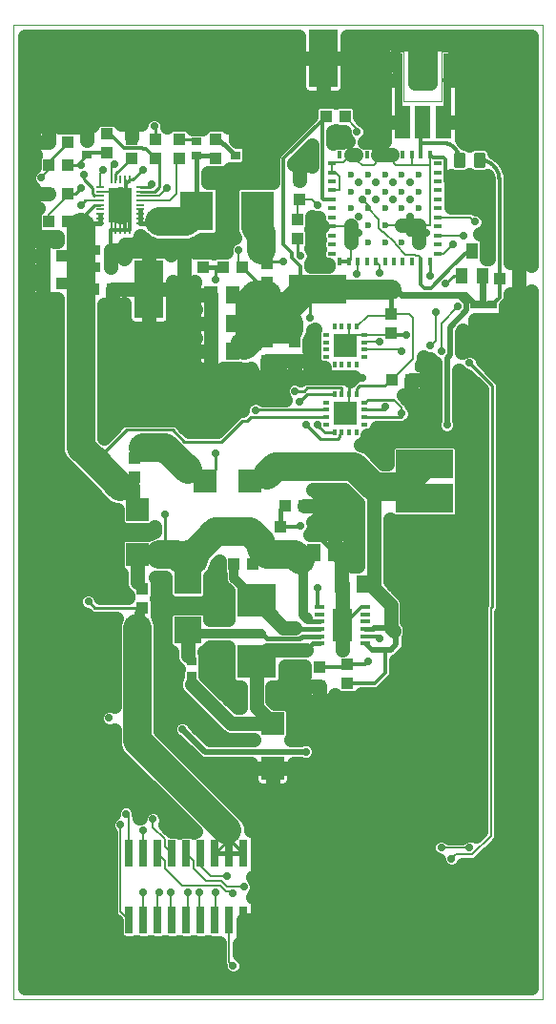
<source format=gtl>
G75*
%MOIN*%
%OFA0B0*%
%FSLAX25Y25*%
%IPPOS*%
%LPD*%
%AMOC8*
5,1,8,0,0,1.08239X$1,22.5*
%
%ADD10C,0.00000*%
%ADD11R,0.03937X0.04331*%
%ADD12R,0.05118X0.05906*%
%ADD13R,0.03543X0.02756*%
%ADD14R,0.06500X0.11201*%
%ADD15R,0.03500X0.01654*%
%ADD16R,0.01417X0.02756*%
%ADD17R,0.02756X0.01417*%
%ADD18C,0.02362*%
%ADD19R,0.03937X0.05512*%
%ADD20R,0.04331X0.03937*%
%ADD21R,0.05512X0.11713*%
%ADD22R,0.05748X0.11713*%
%ADD23R,0.02992X0.18504*%
%ADD24R,0.13780X0.11614*%
%ADD25R,0.13780X0.11811*%
%ADD26R,0.02992X0.09449*%
%ADD27R,0.08268X0.08268*%
%ADD28R,0.02362X0.01181*%
%ADD29R,0.01181X0.02362*%
%ADD30R,0.10000X0.20000*%
%ADD31R,0.20000X0.10000*%
%ADD32R,0.09449X0.09449*%
%ADD33R,0.08268X0.12205*%
%ADD34R,0.03150X0.00787*%
%ADD35R,0.00787X0.03150*%
%ADD36R,0.02756X0.03543*%
%ADD37R,0.11614X0.13780*%
%ADD38R,0.11811X0.13780*%
%ADD39C,0.01000*%
%ADD40R,0.07874X0.07874*%
%ADD41C,0.05000*%
%ADD42C,0.02778*%
%ADD43C,0.01200*%
%ADD44C,0.01600*%
%ADD45C,0.00787*%
%ADD46C,0.00800*%
%ADD47C,0.03200*%
%ADD48C,0.00600*%
%ADD49C,0.07087*%
%ADD50C,0.02400*%
%ADD51C,0.10000*%
%ADD52C,0.02000*%
%ADD53C,0.04000*%
D10*
X0020717Y0040402D02*
X0020717Y0380953D01*
X0205756Y0380953D01*
X0205756Y0040402D01*
X0020717Y0040402D01*
X0157085Y0354073D02*
X0170569Y0354073D01*
X0170569Y0371445D01*
X0173866Y0371445D01*
X0157085Y0371445D02*
X0157085Y0354073D01*
X0157085Y0371445D02*
X0153787Y0371445D01*
D11*
X0136622Y0348866D03*
X0129929Y0348866D03*
X0120913Y0326504D03*
X0120913Y0319811D03*
X0100835Y0296307D03*
X0094142Y0296307D03*
X0087055Y0296307D03*
X0080362Y0296307D03*
X0109299Y0270126D03*
X0109299Y0263433D03*
X0119142Y0263433D03*
X0119142Y0270126D03*
X0152606Y0273276D03*
X0152606Y0279969D03*
X0122370Y0212882D03*
X0115677Y0212882D03*
X0104575Y0192567D03*
X0097882Y0192567D03*
X0039811Y0312055D03*
X0033118Y0312055D03*
X0033118Y0321898D03*
X0039811Y0321898D03*
X0039811Y0331740D03*
X0033118Y0331740D03*
X0033118Y0340008D03*
X0039811Y0340008D03*
D12*
X0089811Y0286465D03*
X0097291Y0286465D03*
X0097291Y0276622D03*
X0089811Y0276622D03*
X0089811Y0266780D03*
X0097291Y0266780D03*
X0125598Y0196701D03*
X0133079Y0196701D03*
X0135520Y0185717D03*
X0143000Y0185717D03*
D13*
X0083000Y0158591D03*
X0083000Y0153472D03*
X0182134Y0278000D03*
X0182134Y0283118D03*
X0188039Y0283118D03*
X0188039Y0278000D03*
X0098276Y0335087D03*
X0098276Y0340205D03*
X0084890Y0340205D03*
X0084890Y0335087D03*
X0046307Y0335480D03*
X0046307Y0340598D03*
D14*
X0135756Y0171189D03*
D15*
X0143787Y0172449D03*
X0143787Y0175008D03*
X0143787Y0177567D03*
X0143787Y0169890D03*
X0143787Y0167331D03*
X0143787Y0164772D03*
X0127685Y0164772D03*
X0127685Y0167331D03*
X0127685Y0169890D03*
X0127685Y0172449D03*
X0127685Y0175008D03*
X0127685Y0177567D03*
D16*
X0134850Y0298157D03*
X0138000Y0298157D03*
X0141150Y0298157D03*
X0144299Y0298157D03*
X0147449Y0298157D03*
X0150598Y0298157D03*
X0153748Y0298157D03*
X0156898Y0298157D03*
X0160047Y0298157D03*
X0163197Y0298157D03*
X0166346Y0298157D03*
X0166346Y0335402D03*
X0163197Y0335402D03*
X0160047Y0335402D03*
X0156898Y0335402D03*
X0153748Y0335402D03*
X0150598Y0335402D03*
X0147449Y0335402D03*
X0144299Y0335402D03*
X0141150Y0335402D03*
X0138000Y0335402D03*
X0134850Y0335402D03*
D17*
X0131976Y0332528D03*
X0131976Y0329378D03*
X0131976Y0326228D03*
X0131976Y0323079D03*
X0131976Y0319929D03*
X0131976Y0316780D03*
X0131976Y0313630D03*
X0131976Y0310480D03*
X0131976Y0307331D03*
X0131976Y0304181D03*
X0131976Y0301031D03*
X0169220Y0301031D03*
X0169220Y0304181D03*
X0169220Y0307331D03*
X0169220Y0310480D03*
X0169220Y0313630D03*
X0169220Y0316780D03*
X0169220Y0319929D03*
X0169220Y0323079D03*
X0169220Y0326228D03*
X0169220Y0329378D03*
X0169220Y0332528D03*
D18*
X0162409Y0328591D03*
X0156504Y0328591D03*
X0156504Y0322685D03*
X0162409Y0322685D03*
X0162409Y0316780D03*
X0156504Y0316780D03*
X0156504Y0310874D03*
X0162409Y0310874D03*
X0162409Y0304969D03*
X0156504Y0304969D03*
X0150598Y0304969D03*
X0144693Y0304969D03*
X0138787Y0304969D03*
X0138787Y0310874D03*
X0138787Y0316780D03*
X0144693Y0316780D03*
X0150598Y0316780D03*
X0150598Y0310874D03*
X0144693Y0310874D03*
X0144693Y0322685D03*
X0150598Y0322685D03*
X0150598Y0328591D03*
X0144693Y0328591D03*
X0138787Y0328591D03*
X0138787Y0322685D03*
D19*
X0177370Y0293354D03*
X0184850Y0293354D03*
X0181110Y0302016D03*
D20*
X0190598Y0292370D03*
X0197291Y0292370D03*
X0159890Y0256937D03*
X0153197Y0256937D03*
X0109299Y0290992D03*
X0109299Y0297685D03*
X0119929Y0306228D03*
X0119929Y0312921D03*
X0091583Y0334299D03*
X0091583Y0340992D03*
X0078591Y0340992D03*
X0078591Y0334299D03*
X0070323Y0334299D03*
X0070323Y0340992D03*
X0062055Y0340992D03*
X0062055Y0334299D03*
X0053394Y0336268D03*
X0053394Y0342961D03*
X0037843Y0300244D03*
X0031150Y0300244D03*
X0031150Y0290402D03*
X0037843Y0290402D03*
X0048866Y0288433D03*
X0055559Y0288433D03*
X0063079Y0229535D03*
X0063079Y0222843D03*
X0065874Y0183984D03*
X0065874Y0177291D03*
X0114181Y0198709D03*
X0114181Y0205402D03*
X0127606Y0156622D03*
X0127606Y0149929D03*
X0137488Y0150874D03*
X0137488Y0157567D03*
D21*
X0163827Y0346740D03*
D22*
X0170963Y0346789D03*
X0156691Y0346839D03*
D23*
X0155313Y0361701D03*
X0172341Y0361701D03*
D24*
X0105638Y0158512D03*
D25*
X0105638Y0179772D03*
D26*
X0106209Y0091386D03*
X0101209Y0091386D03*
X0096209Y0091386D03*
X0091209Y0091386D03*
X0086209Y0091386D03*
X0081209Y0091386D03*
X0076209Y0091386D03*
X0071209Y0091386D03*
X0066209Y0091386D03*
X0061209Y0091386D03*
X0061209Y0068157D03*
X0066209Y0068157D03*
X0071209Y0068157D03*
X0076209Y0068157D03*
X0081209Y0068157D03*
X0086209Y0068157D03*
X0091209Y0068157D03*
X0096209Y0068157D03*
X0101209Y0068157D03*
X0106209Y0068157D03*
D27*
X0136858Y0245126D03*
X0136858Y0268748D03*
D28*
X0130165Y0267469D03*
X0130165Y0270028D03*
X0130165Y0272587D03*
X0130165Y0264909D03*
X0143551Y0264909D03*
X0143551Y0267469D03*
X0143551Y0270028D03*
X0143551Y0272587D03*
X0143551Y0248965D03*
X0143551Y0246406D03*
X0143551Y0243846D03*
X0143551Y0241287D03*
X0130165Y0241287D03*
X0130165Y0243846D03*
X0130165Y0246406D03*
X0130165Y0248965D03*
D29*
X0133020Y0251819D03*
X0135579Y0251819D03*
X0138138Y0251819D03*
X0140697Y0251819D03*
X0140697Y0262055D03*
X0138138Y0262055D03*
X0135579Y0262055D03*
X0133020Y0262055D03*
X0133020Y0275441D03*
X0135579Y0275441D03*
X0138138Y0275441D03*
X0140697Y0275441D03*
X0140697Y0238433D03*
X0138138Y0238433D03*
X0135579Y0238433D03*
X0133020Y0238433D03*
D30*
X0067961Y0288433D03*
X0128984Y0369142D03*
D31*
X0127016Y0288433D03*
X0164417Y0227409D03*
X0164417Y0215598D03*
D32*
X0081740Y0186858D03*
X0081740Y0169535D03*
D33*
X0058118Y0317961D03*
D34*
X0065008Y0317961D03*
X0065008Y0319535D03*
X0065008Y0321110D03*
X0065008Y0322685D03*
X0065008Y0324260D03*
X0065008Y0316386D03*
X0065008Y0314811D03*
X0065008Y0313236D03*
X0065008Y0311661D03*
X0051228Y0311661D03*
X0051228Y0313236D03*
X0051228Y0314811D03*
X0051228Y0316386D03*
X0051228Y0317961D03*
X0051228Y0319535D03*
X0051228Y0321110D03*
X0051228Y0322685D03*
X0051228Y0324260D03*
D35*
X0054969Y0326819D03*
X0056543Y0326819D03*
X0058118Y0326819D03*
X0059693Y0326819D03*
X0061268Y0326819D03*
X0061268Y0309102D03*
X0059693Y0309102D03*
X0058118Y0309102D03*
X0056543Y0309102D03*
X0054969Y0309102D03*
D36*
X0054772Y0302213D03*
X0049654Y0302213D03*
X0049654Y0296307D03*
X0054772Y0296307D03*
D37*
X0084890Y0315992D03*
D38*
X0106150Y0315992D03*
D39*
X0119929Y0306228D02*
X0119929Y0301425D01*
X0121110Y0300244D01*
X0115205Y0298276D02*
X0109299Y0298276D01*
X0109299Y0297685D01*
X0109299Y0298276D02*
X0109299Y0300244D01*
X0107331Y0302213D01*
X0100835Y0296307D02*
X0106150Y0290992D01*
X0109299Y0290992D01*
X0109299Y0286465D01*
X0124506Y0285924D02*
X0124506Y0278591D01*
X0141084Y0257351D02*
X0142764Y0257528D01*
X0141084Y0257351D02*
X0138138Y0254405D01*
X0138138Y0251819D01*
X0140697Y0251819D02*
X0140697Y0253787D01*
X0141337Y0254427D01*
X0141772Y0254862D01*
X0141878Y0254969D01*
X0142764Y0254969D01*
X0150638Y0254969D01*
X0153591Y0250047D02*
X0144634Y0250047D01*
X0143551Y0248965D01*
X0143551Y0246406D02*
X0150638Y0246406D01*
X0150638Y0247509D01*
X0156543Y0243846D02*
X0143551Y0243846D01*
X0135579Y0238433D02*
X0134710Y0237565D01*
X0134710Y0236796D01*
X0134066Y0236152D01*
X0128116Y0236152D01*
X0123079Y0241189D01*
X0126995Y0241189D02*
X0127884Y0240300D01*
X0127884Y0240241D01*
X0129692Y0238433D01*
X0133020Y0238433D01*
X0130165Y0243846D02*
X0103666Y0243846D01*
X0102456Y0242637D01*
X0100905Y0242637D01*
X0093551Y0235283D01*
X0080524Y0235283D01*
X0076393Y0239415D01*
X0060281Y0239415D01*
X0049260Y0228394D01*
X0073753Y0209806D02*
X0073753Y0196027D01*
X0073866Y0195913D01*
X0077803Y0195913D02*
X0077803Y0190795D01*
X0081740Y0186858D01*
X0065874Y0183984D02*
X0064024Y0185835D01*
X0064024Y0186071D01*
X0064024Y0177291D02*
X0049181Y0177291D01*
X0046970Y0179503D01*
X0064024Y0177291D02*
X0065874Y0177291D01*
X0104575Y0192567D02*
X0107331Y0195323D01*
X0107331Y0197882D01*
X0113354Y0197882D01*
X0114181Y0198709D01*
X0122094Y0193197D02*
X0125598Y0196701D01*
X0122094Y0193197D02*
X0122094Y0192961D01*
X0142134Y0177567D02*
X0135756Y0171189D01*
X0142134Y0177567D02*
X0143787Y0177567D01*
X0188039Y0177629D02*
X0188039Y0254969D01*
X0180165Y0262843D01*
X0156543Y0245126D02*
X0156543Y0243846D01*
X0135579Y0251819D02*
X0135579Y0254100D01*
X0123364Y0254100D01*
X0122264Y0253000D01*
X0119142Y0253000D01*
X0120590Y0249063D02*
X0123346Y0251819D01*
X0133020Y0251819D01*
X0130165Y0246406D02*
X0105432Y0246406D01*
X0105362Y0246335D01*
X0091583Y0231346D02*
X0091583Y0225441D01*
X0087646Y0221504D01*
X0152016Y0279378D02*
X0152606Y0279969D01*
X0166386Y0293222D02*
X0166386Y0298118D01*
X0166346Y0298157D01*
X0171877Y0290402D02*
X0174830Y0293354D01*
X0177370Y0293354D01*
X0178165Y0335959D02*
X0175165Y0335959D01*
X0178165Y0335959D02*
X0178165Y0331459D01*
X0175165Y0331459D01*
X0175165Y0335959D01*
X0175165Y0332458D02*
X0178165Y0332458D01*
X0178165Y0333457D02*
X0175165Y0333457D01*
X0175165Y0334456D02*
X0178165Y0334456D01*
X0178165Y0335455D02*
X0175165Y0335455D01*
X0182165Y0335959D02*
X0185165Y0335959D01*
X0185165Y0331459D01*
X0182165Y0331459D01*
X0182165Y0335959D01*
X0182165Y0332458D02*
X0185165Y0332458D01*
X0185165Y0333457D02*
X0182165Y0333457D01*
X0182165Y0334456D02*
X0185165Y0334456D01*
X0185165Y0335455D02*
X0182165Y0335455D01*
X0164417Y0347488D02*
X0164417Y0350677D01*
X0163827Y0346740D01*
X0164417Y0347488D02*
X0163197Y0347488D01*
X0091583Y0296307D02*
X0091583Y0291976D01*
X0065008Y0315992D02*
X0065008Y0316386D01*
X0060087Y0321898D02*
X0060087Y0325638D01*
X0061268Y0326819D01*
X0062519Y0326819D01*
X0065992Y0330292D01*
X0069929Y0333906D02*
X0070323Y0334299D01*
X0071898Y0332724D01*
X0071898Y0324283D01*
X0070184Y0322570D01*
X0068122Y0322570D01*
X0068033Y0322660D01*
X0065992Y0322660D01*
X0065008Y0322660D01*
X0065008Y0324260D02*
X0068354Y0324260D01*
X0069153Y0325059D01*
X0060087Y0321898D02*
X0059693Y0322291D01*
X0059693Y0326819D01*
X0056543Y0326819D02*
X0056543Y0328787D01*
X0062055Y0334299D01*
X0053394Y0336268D02*
X0052606Y0335087D01*
X0046307Y0335480D02*
X0044339Y0333118D01*
X0044339Y0331957D01*
X0040028Y0331957D01*
X0039811Y0331740D01*
X0033118Y0331740D02*
X0033118Y0332921D01*
X0039811Y0340008D01*
X0045531Y0328579D02*
X0045531Y0326807D01*
X0048554Y0323785D01*
X0048554Y0321836D01*
X0049198Y0321191D01*
X0049198Y0317880D02*
X0045913Y0314595D01*
X0045913Y0311661D01*
X0044339Y0310087D02*
X0042370Y0312055D01*
X0039811Y0312055D01*
X0044339Y0317961D02*
X0045913Y0319535D01*
X0049198Y0317880D02*
X0051147Y0317880D01*
X0055362Y0322685D02*
X0056150Y0321898D01*
X0044339Y0323866D02*
X0042370Y0321898D01*
X0040402Y0321898D01*
X0039811Y0321898D01*
X0046307Y0302213D02*
X0044339Y0300244D01*
X0048276Y0296307D01*
X0049654Y0296307D01*
X0049654Y0302213D02*
X0046307Y0302213D01*
X0044339Y0300244D02*
X0037843Y0300244D01*
X0037843Y0290402D02*
X0044339Y0290402D01*
X0046307Y0288433D01*
X0048866Y0288433D01*
X0070323Y0340992D02*
X0070323Y0345126D01*
X0069929Y0345520D01*
X0078591Y0340992D02*
X0084890Y0340992D01*
X0084890Y0340205D01*
X0095343Y0095520D02*
X0096209Y0095520D01*
X0097075Y0095520D01*
X0101209Y0091386D01*
X0095343Y0095520D02*
X0091209Y0091386D01*
D40*
X0111268Y0121110D03*
X0111268Y0136858D03*
X0064024Y0195913D03*
X0064024Y0211661D03*
X0087646Y0221504D03*
X0103394Y0221504D03*
D41*
X0092060Y0238883D02*
X0082016Y0238883D01*
X0079445Y0241454D01*
X0078432Y0242467D01*
X0077109Y0243015D01*
X0059565Y0243015D01*
X0058242Y0242467D01*
X0052442Y0236667D01*
X0052439Y0236670D01*
X0052439Y0283086D01*
X0053049Y0282965D01*
X0055559Y0282965D01*
X0058069Y0282965D01*
X0058745Y0283099D01*
X0059382Y0283363D01*
X0059461Y0283415D01*
X0059461Y0278088D01*
X0059595Y0277412D01*
X0059859Y0276775D01*
X0060242Y0276202D01*
X0060730Y0275714D01*
X0061303Y0275331D01*
X0061940Y0275068D01*
X0062616Y0274933D01*
X0067961Y0274933D01*
X0073305Y0274933D01*
X0073982Y0275068D01*
X0074618Y0275331D01*
X0075192Y0275714D01*
X0075679Y0276202D01*
X0076062Y0276775D01*
X0076326Y0277412D01*
X0076461Y0278088D01*
X0076461Y0288433D01*
X0067961Y0288433D01*
X0067961Y0288433D01*
X0076461Y0288433D01*
X0076461Y0291224D01*
X0076736Y0291040D01*
X0077373Y0290776D01*
X0078049Y0290642D01*
X0080362Y0290642D01*
X0080362Y0296307D01*
X0080362Y0296307D01*
X0080362Y0301972D01*
X0078049Y0301972D01*
X0077373Y0301838D01*
X0076736Y0301574D01*
X0076163Y0301191D01*
X0075675Y0300704D01*
X0075661Y0300682D01*
X0075192Y0301152D01*
X0074618Y0301535D01*
X0073982Y0301799D01*
X0073305Y0301933D01*
X0067961Y0301933D01*
X0067961Y0288433D01*
X0067961Y0274933D01*
X0067961Y0288433D01*
X0067961Y0288433D01*
X0067961Y0288433D01*
X0067961Y0301933D01*
X0062616Y0301933D01*
X0061940Y0301799D01*
X0061303Y0301535D01*
X0060730Y0301152D01*
X0060242Y0300664D01*
X0059859Y0300091D01*
X0059595Y0299454D01*
X0059520Y0299076D01*
X0059515Y0299100D01*
X0059449Y0299260D01*
X0059515Y0299420D01*
X0059650Y0300096D01*
X0059650Y0302213D01*
X0059650Y0304028D01*
X0059693Y0304028D01*
X0060431Y0304028D01*
X0060480Y0304037D01*
X0060529Y0304028D01*
X0061268Y0304028D01*
X0062006Y0304028D01*
X0062682Y0304162D01*
X0063319Y0304426D01*
X0063893Y0304809D01*
X0064380Y0305296D01*
X0064763Y0305870D01*
X0065027Y0306507D01*
X0065161Y0307183D01*
X0065161Y0307336D01*
X0067309Y0305188D01*
X0070286Y0303955D01*
X0082564Y0303955D01*
X0085541Y0305188D01*
X0086355Y0306002D01*
X0091313Y0306002D01*
X0092453Y0306474D01*
X0093325Y0307346D01*
X0093797Y0308486D01*
X0093797Y0323499D01*
X0093325Y0324638D01*
X0092453Y0325510D01*
X0091313Y0325982D01*
X0088790Y0325982D01*
X0088790Y0329235D01*
X0088801Y0329231D01*
X0094365Y0329231D01*
X0095504Y0329703D01*
X0096376Y0330575D01*
X0096390Y0330609D01*
X0100664Y0330609D01*
X0101803Y0331081D01*
X0102675Y0331953D01*
X0103147Y0333092D01*
X0103147Y0337081D01*
X0103125Y0337134D01*
X0103149Y0337169D01*
X0103413Y0337806D01*
X0103547Y0338482D01*
X0103547Y0340205D01*
X0103547Y0341927D01*
X0103413Y0342604D01*
X0103149Y0343241D01*
X0102766Y0343814D01*
X0102278Y0344301D01*
X0101705Y0344684D01*
X0101068Y0344948D01*
X0100392Y0345083D01*
X0098276Y0345083D01*
X0098276Y0340602D01*
X0098276Y0340602D01*
X0098276Y0345083D01*
X0096159Y0345083D01*
X0096035Y0345058D01*
X0095504Y0345589D01*
X0094365Y0346061D01*
X0088801Y0346061D01*
X0087661Y0345589D01*
X0086789Y0344717D01*
X0086775Y0344683D01*
X0083398Y0344683D01*
X0083384Y0344717D01*
X0082512Y0345589D01*
X0081373Y0346061D01*
X0075809Y0346061D01*
X0074669Y0345589D01*
X0074457Y0345376D01*
X0074418Y0345415D01*
X0074418Y0346413D01*
X0073735Y0348062D01*
X0072472Y0349325D01*
X0070822Y0350009D01*
X0069036Y0350009D01*
X0067386Y0349325D01*
X0066124Y0348062D01*
X0065440Y0346413D01*
X0065440Y0346244D01*
X0065241Y0346326D01*
X0064565Y0346461D01*
X0062055Y0346461D01*
X0059545Y0346461D01*
X0058869Y0346326D01*
X0058414Y0346138D01*
X0058187Y0346685D01*
X0057315Y0347557D01*
X0056176Y0348029D01*
X0050612Y0348029D01*
X0049472Y0347557D01*
X0048600Y0346685D01*
X0048128Y0345546D01*
X0048128Y0345476D01*
X0046307Y0345476D01*
X0044191Y0345476D01*
X0043515Y0345342D01*
X0042878Y0345078D01*
X0042874Y0345075D01*
X0042396Y0345273D01*
X0037226Y0345273D01*
X0036930Y0345151D01*
X0036744Y0345275D01*
X0036108Y0345539D01*
X0035431Y0345673D01*
X0033118Y0345673D01*
X0030805Y0345673D01*
X0030129Y0345539D01*
X0029492Y0345275D01*
X0028918Y0344892D01*
X0028431Y0344404D01*
X0028048Y0343831D01*
X0027784Y0343194D01*
X0027650Y0342518D01*
X0027650Y0340008D01*
X0033118Y0340008D01*
X0033118Y0345673D01*
X0033118Y0340008D01*
X0033118Y0340008D01*
X0033118Y0340008D01*
X0027650Y0340008D01*
X0027650Y0337498D01*
X0027784Y0336822D01*
X0028048Y0336185D01*
X0028431Y0335611D01*
X0028480Y0335562D01*
X0028050Y0334522D01*
X0028050Y0331229D01*
X0028016Y0331215D01*
X0026753Y0329952D01*
X0026070Y0328302D01*
X0026070Y0326517D01*
X0026753Y0324867D01*
X0027650Y0323971D01*
X0027650Y0321898D01*
X0033118Y0321898D01*
X0033118Y0321898D01*
X0027650Y0321898D01*
X0027650Y0319388D01*
X0027784Y0318711D01*
X0028048Y0318074D01*
X0028431Y0317501D01*
X0028918Y0317014D01*
X0029302Y0316757D01*
X0028522Y0315976D01*
X0028050Y0314837D01*
X0028050Y0309273D01*
X0028522Y0308134D01*
X0029394Y0307262D01*
X0030533Y0306790D01*
X0035703Y0306790D01*
X0036239Y0307012D01*
X0036239Y0305313D01*
X0035061Y0305313D01*
X0035008Y0305291D01*
X0034973Y0305314D01*
X0034336Y0305578D01*
X0033660Y0305713D01*
X0031150Y0305713D01*
X0031150Y0300244D01*
X0031150Y0290402D01*
X0031150Y0290402D01*
X0031150Y0294776D01*
X0031150Y0300244D01*
X0031150Y0300244D01*
X0031150Y0300244D01*
X0031150Y0305713D01*
X0028640Y0305713D01*
X0027963Y0305578D01*
X0027326Y0305314D01*
X0026753Y0304931D01*
X0026266Y0304444D01*
X0025883Y0303870D01*
X0025619Y0303234D01*
X0025484Y0302557D01*
X0025484Y0300244D01*
X0025484Y0297931D01*
X0025619Y0297255D01*
X0025883Y0296618D01*
X0026266Y0296044D01*
X0026753Y0295557D01*
X0027104Y0295323D01*
X0026753Y0295089D01*
X0026266Y0294601D01*
X0025883Y0294028D01*
X0025619Y0293391D01*
X0025484Y0292715D01*
X0025484Y0290402D01*
X0031149Y0290402D01*
X0031149Y0290402D01*
X0025484Y0290402D01*
X0025484Y0288088D01*
X0025619Y0287412D01*
X0025883Y0286775D01*
X0026266Y0286202D01*
X0026753Y0285714D01*
X0027326Y0285331D01*
X0027963Y0285068D01*
X0028640Y0284933D01*
X0031150Y0284933D01*
X0033660Y0284933D01*
X0034336Y0285068D01*
X0034973Y0285331D01*
X0035008Y0285355D01*
X0035061Y0285333D01*
X0036239Y0285333D01*
X0036239Y0231704D01*
X0037472Y0228727D01*
X0039750Y0226448D01*
X0044672Y0221527D01*
X0053530Y0212669D01*
X0056507Y0211435D01*
X0056987Y0211435D01*
X0056987Y0207108D01*
X0057459Y0205968D01*
X0058331Y0205096D01*
X0059470Y0204624D01*
X0068577Y0204624D01*
X0069717Y0205096D01*
X0070153Y0205533D01*
X0070153Y0203958D01*
X0067720Y0202950D01*
X0059470Y0202950D01*
X0058331Y0202478D01*
X0057459Y0201606D01*
X0056987Y0200467D01*
X0056987Y0191360D01*
X0057459Y0190220D01*
X0058331Y0189348D01*
X0058424Y0189310D01*
X0058424Y0184957D01*
X0059276Y0182899D01*
X0060609Y0181566D01*
X0060609Y0181399D01*
X0060819Y0180891D01*
X0051253Y0180891D01*
X0050775Y0182046D01*
X0049512Y0183308D01*
X0047862Y0183992D01*
X0046077Y0183992D01*
X0044427Y0183308D01*
X0043164Y0182046D01*
X0042481Y0180396D01*
X0042481Y0178610D01*
X0043164Y0176960D01*
X0044427Y0175697D01*
X0046077Y0175014D01*
X0046367Y0175014D01*
X0047142Y0174239D01*
X0048465Y0173691D01*
X0056652Y0173691D01*
X0055924Y0171934D01*
X0055924Y0142964D01*
X0055074Y0143316D01*
X0053288Y0143316D01*
X0051638Y0142632D01*
X0050376Y0141370D01*
X0049692Y0139720D01*
X0049692Y0137934D01*
X0050376Y0136284D01*
X0051638Y0135021D01*
X0053288Y0134338D01*
X0055074Y0134338D01*
X0055924Y0134690D01*
X0055924Y0129342D01*
X0057157Y0126364D01*
X0084311Y0099210D01*
X0084096Y0099210D01*
X0083709Y0099050D01*
X0083321Y0099210D01*
X0079096Y0099210D01*
X0078709Y0099050D01*
X0078321Y0099210D01*
X0075951Y0099210D01*
X0073606Y0101555D01*
X0073998Y0102501D01*
X0073998Y0104287D01*
X0073314Y0105936D01*
X0072051Y0107199D01*
X0070402Y0107883D01*
X0068616Y0107883D01*
X0066966Y0107199D01*
X0065703Y0105936D01*
X0065020Y0104287D01*
X0065020Y0103913D01*
X0064702Y0103781D01*
X0064702Y0104935D01*
X0064576Y0105241D01*
X0064576Y0106255D01*
X0063892Y0107905D01*
X0062629Y0109168D01*
X0060980Y0109851D01*
X0059194Y0109851D01*
X0057544Y0109168D01*
X0056281Y0107905D01*
X0055598Y0106255D01*
X0055598Y0105240D01*
X0055575Y0105231D01*
X0054313Y0103968D01*
X0053629Y0102318D01*
X0053629Y0100532D01*
X0054313Y0098882D01*
X0054624Y0098571D01*
X0054624Y0070553D01*
X0055156Y0069269D01*
X0056139Y0068286D01*
X0056613Y0067813D01*
X0056613Y0062816D01*
X0057085Y0061677D01*
X0057957Y0060805D01*
X0059096Y0060333D01*
X0063321Y0060333D01*
X0063709Y0060494D01*
X0064096Y0060333D01*
X0068321Y0060333D01*
X0068709Y0060494D01*
X0069096Y0060333D01*
X0073321Y0060333D01*
X0073709Y0060494D01*
X0074096Y0060333D01*
X0078321Y0060333D01*
X0078709Y0060494D01*
X0079096Y0060333D01*
X0083321Y0060333D01*
X0083709Y0060494D01*
X0084096Y0060333D01*
X0088321Y0060333D01*
X0088709Y0060494D01*
X0089096Y0060333D01*
X0092715Y0060333D01*
X0092715Y0052797D01*
X0092999Y0052111D01*
X0092999Y0051320D01*
X0093683Y0049670D01*
X0094945Y0048407D01*
X0096595Y0047724D01*
X0098381Y0047724D01*
X0100031Y0048407D01*
X0101294Y0049670D01*
X0101977Y0051320D01*
X0101977Y0053106D01*
X0101294Y0054755D01*
X0100031Y0056018D01*
X0099702Y0056154D01*
X0099702Y0059933D01*
X0101209Y0059933D01*
X0103049Y0059933D01*
X0103709Y0060064D01*
X0104368Y0059933D01*
X0106209Y0059933D01*
X0108049Y0059933D01*
X0108726Y0060068D01*
X0109363Y0060331D01*
X0109936Y0060714D01*
X0110423Y0061202D01*
X0110806Y0061775D01*
X0111070Y0062412D01*
X0111205Y0063088D01*
X0111205Y0068157D01*
X0106209Y0068157D01*
X0106209Y0059933D01*
X0106209Y0068157D01*
X0106209Y0068157D01*
X0106209Y0068158D01*
X0106209Y0068158D01*
X0106209Y0076382D01*
X0108049Y0076382D01*
X0108726Y0076247D01*
X0109363Y0075984D01*
X0109936Y0075601D01*
X0110423Y0075113D01*
X0110806Y0074540D01*
X0111070Y0073903D01*
X0111205Y0073227D01*
X0111205Y0068158D01*
X0106209Y0068158D01*
X0106209Y0076382D01*
X0104384Y0076382D01*
X0105231Y0077229D01*
X0105914Y0078879D01*
X0105914Y0080665D01*
X0105231Y0082314D01*
X0104384Y0083161D01*
X0106209Y0083161D01*
X0108049Y0083161D01*
X0108726Y0083296D01*
X0109363Y0083560D01*
X0109936Y0083943D01*
X0110423Y0084430D01*
X0110806Y0085004D01*
X0111070Y0085641D01*
X0111205Y0086317D01*
X0111205Y0091386D01*
X0111205Y0096455D01*
X0111070Y0097131D01*
X0110806Y0097768D01*
X0110423Y0098341D01*
X0109936Y0098829D01*
X0109363Y0099212D01*
X0108726Y0099476D01*
X0108049Y0099610D01*
X0106209Y0099610D01*
X0106209Y0091386D01*
X0111205Y0091386D01*
X0106209Y0091386D01*
X0106209Y0091386D01*
X0106209Y0091386D01*
X0106209Y0099610D01*
X0104368Y0099610D01*
X0103692Y0099476D01*
X0103620Y0099446D01*
X0103620Y0101068D01*
X0102387Y0104045D01*
X0072124Y0134308D01*
X0072124Y0171934D01*
X0071057Y0174508D01*
X0071139Y0174706D01*
X0071139Y0179876D01*
X0070824Y0180638D01*
X0071139Y0181399D01*
X0071139Y0186569D01*
X0070667Y0187709D01*
X0070563Y0187813D01*
X0073916Y0187813D01*
X0073916Y0181517D01*
X0074388Y0180378D01*
X0075260Y0179506D01*
X0076399Y0179034D01*
X0087081Y0179034D01*
X0088221Y0179506D01*
X0089093Y0180378D01*
X0089565Y0181517D01*
X0089565Y0188346D01*
X0090576Y0189357D01*
X0091809Y0192334D01*
X0091809Y0192558D01*
X0092813Y0193563D01*
X0092813Y0189785D01*
X0093182Y0188895D01*
X0093182Y0186593D01*
X0093897Y0184865D01*
X0095648Y0183115D01*
X0095648Y0173250D01*
X0095729Y0173054D01*
X0089565Y0173054D01*
X0089565Y0174876D01*
X0089093Y0176016D01*
X0088221Y0176888D01*
X0087081Y0177360D01*
X0076399Y0177360D01*
X0075260Y0176888D01*
X0074388Y0176016D01*
X0073916Y0174876D01*
X0073916Y0164194D01*
X0074388Y0163055D01*
X0075260Y0162183D01*
X0076140Y0161818D01*
X0076140Y0159366D01*
X0076993Y0157308D01*
X0078335Y0155966D01*
X0078128Y0155467D01*
X0078128Y0153510D01*
X0077400Y0151752D01*
X0077400Y0149524D01*
X0078253Y0147466D01*
X0092032Y0133686D01*
X0093607Y0132111D01*
X0095666Y0131258D01*
X0104664Y0131258D01*
X0104703Y0131165D01*
X0104752Y0131116D01*
X0089344Y0131116D01*
X0083966Y0136493D01*
X0083577Y0137433D01*
X0082314Y0138695D01*
X0080665Y0139379D01*
X0078879Y0139379D01*
X0077229Y0138695D01*
X0075966Y0137433D01*
X0075283Y0135783D01*
X0075283Y0133997D01*
X0075966Y0132347D01*
X0077229Y0131084D01*
X0078168Y0130695D01*
X0085323Y0123540D01*
X0086830Y0122916D01*
X0103831Y0122916D01*
X0103831Y0121110D01*
X0103831Y0116828D01*
X0103965Y0116152D01*
X0104229Y0115515D01*
X0104612Y0114942D01*
X0105100Y0114455D01*
X0105673Y0114072D01*
X0106310Y0113808D01*
X0106986Y0113673D01*
X0111268Y0113673D01*
X0115549Y0113673D01*
X0116226Y0113808D01*
X0116863Y0114072D01*
X0117436Y0114455D01*
X0117923Y0114942D01*
X0118306Y0115515D01*
X0118570Y0116152D01*
X0118705Y0116828D01*
X0118705Y0121110D01*
X0111268Y0121110D01*
X0111268Y0121110D01*
X0111268Y0113673D01*
X0111268Y0121110D01*
X0111268Y0121110D01*
X0118705Y0121110D01*
X0118705Y0122916D01*
X0121247Y0122916D01*
X0122186Y0122527D01*
X0123972Y0122527D01*
X0125622Y0123210D01*
X0126884Y0124473D01*
X0127568Y0126123D01*
X0127568Y0127909D01*
X0126884Y0129559D01*
X0125622Y0130821D01*
X0123972Y0131505D01*
X0122186Y0131505D01*
X0121247Y0131116D01*
X0117783Y0131116D01*
X0117833Y0131165D01*
X0118305Y0132305D01*
X0118305Y0141412D01*
X0117833Y0142551D01*
X0116961Y0143423D01*
X0115821Y0143895D01*
X0112150Y0143895D01*
X0111238Y0144808D01*
X0111238Y0149605D01*
X0113144Y0149605D01*
X0114284Y0150077D01*
X0115156Y0150949D01*
X0115628Y0152088D01*
X0115628Y0156849D01*
X0122341Y0156849D01*
X0122341Y0154037D01*
X0122463Y0153741D01*
X0122339Y0153555D01*
X0122075Y0152919D01*
X0121941Y0152242D01*
X0121941Y0149929D01*
X0121941Y0147616D01*
X0122075Y0146940D01*
X0122339Y0146303D01*
X0122722Y0145730D01*
X0123210Y0145242D01*
X0123783Y0144859D01*
X0124420Y0144595D01*
X0125096Y0144461D01*
X0127606Y0144461D01*
X0127606Y0149929D01*
X0121941Y0149929D01*
X0127606Y0149929D01*
X0127606Y0149929D01*
X0127606Y0149929D01*
X0127606Y0144461D01*
X0130116Y0144461D01*
X0130793Y0144595D01*
X0131430Y0144859D01*
X0132003Y0145242D01*
X0132490Y0145730D01*
X0132873Y0146303D01*
X0133069Y0146775D01*
X0133567Y0146277D01*
X0134706Y0145806D01*
X0140270Y0145806D01*
X0141410Y0146277D01*
X0142282Y0147149D01*
X0142292Y0147174D01*
X0147673Y0147174D01*
X0149033Y0147737D01*
X0152734Y0151438D01*
X0153774Y0152479D01*
X0154338Y0153839D01*
X0154338Y0158728D01*
X0154929Y0158973D01*
X0156897Y0160942D01*
X0158051Y0162095D01*
X0158675Y0163602D01*
X0158675Y0166980D01*
X0159191Y0168225D01*
X0159191Y0170452D01*
X0158338Y0172511D01*
X0158206Y0172642D01*
X0158206Y0179311D01*
X0157354Y0181369D01*
X0152301Y0186422D01*
X0152301Y0208331D01*
X0152661Y0207970D01*
X0153801Y0207498D01*
X0175034Y0207498D01*
X0176173Y0207970D01*
X0177045Y0208842D01*
X0177517Y0209982D01*
X0177517Y0221215D01*
X0177398Y0221504D01*
X0177517Y0221793D01*
X0177517Y0233026D01*
X0177045Y0234165D01*
X0176173Y0235037D01*
X0175034Y0235509D01*
X0153801Y0235509D01*
X0152661Y0235037D01*
X0151789Y0234165D01*
X0151317Y0233026D01*
X0151317Y0227635D01*
X0150097Y0227635D01*
X0146620Y0231113D01*
X0144341Y0233391D01*
X0142204Y0234276D01*
X0143043Y0234624D01*
X0143915Y0235496D01*
X0144387Y0236635D01*
X0144387Y0237597D01*
X0145349Y0237597D01*
X0146488Y0238069D01*
X0147360Y0238941D01*
X0147832Y0240080D01*
X0147832Y0240246D01*
X0157259Y0240246D01*
X0158583Y0240795D01*
X0159595Y0241807D01*
X0159611Y0241845D01*
X0160349Y0242583D01*
X0161032Y0244233D01*
X0161032Y0246019D01*
X0160349Y0247669D01*
X0159902Y0248116D01*
X0159505Y0249073D01*
X0158522Y0250056D01*
X0157043Y0251535D01*
X0157380Y0251469D01*
X0159890Y0251469D01*
X0162400Y0251469D01*
X0163076Y0251603D01*
X0163713Y0251867D01*
X0164286Y0252250D01*
X0164774Y0252737D01*
X0165157Y0253311D01*
X0165421Y0253948D01*
X0165555Y0254624D01*
X0165555Y0256937D01*
X0159890Y0256937D01*
X0165555Y0256937D01*
X0165555Y0259250D01*
X0165421Y0259926D01*
X0165157Y0260563D01*
X0164774Y0261137D01*
X0164286Y0261624D01*
X0163713Y0262007D01*
X0163362Y0262153D01*
X0163447Y0262238D01*
X0163980Y0263524D01*
X0163980Y0264886D01*
X0165493Y0264259D01*
X0166508Y0264259D01*
X0166517Y0264237D01*
X0167780Y0262974D01*
X0168191Y0262804D01*
X0168191Y0243021D01*
X0167802Y0242082D01*
X0167802Y0240296D01*
X0168486Y0238646D01*
X0169749Y0237383D01*
X0171398Y0236700D01*
X0173184Y0236700D01*
X0174834Y0237383D01*
X0176097Y0238646D01*
X0176780Y0240296D01*
X0176780Y0242082D01*
X0176391Y0243021D01*
X0176391Y0260268D01*
X0177623Y0259037D01*
X0179272Y0258354D01*
X0179563Y0258354D01*
X0184439Y0253477D01*
X0184439Y0178654D01*
X0184131Y0177910D01*
X0184131Y0099089D01*
X0182490Y0097447D01*
X0181058Y0098040D01*
X0179272Y0098040D01*
X0177623Y0097357D01*
X0177311Y0097045D01*
X0173177Y0097045D01*
X0172866Y0097357D01*
X0171216Y0098040D01*
X0169430Y0098040D01*
X0167780Y0097357D01*
X0166517Y0096094D01*
X0165834Y0094444D01*
X0165834Y0092658D01*
X0166517Y0091008D01*
X0167780Y0089746D01*
X0169357Y0089093D01*
X0169357Y0088721D01*
X0170040Y0087071D01*
X0171303Y0085809D01*
X0172953Y0085125D01*
X0174739Y0085125D01*
X0176388Y0085809D01*
X0177651Y0087071D01*
X0177901Y0087675D01*
X0181847Y0087675D01*
X0183131Y0088207D01*
X0189604Y0094680D01*
X0190587Y0095662D01*
X0191119Y0096946D01*
X0191119Y0175657D01*
X0191639Y0176913D01*
X0191639Y0255685D01*
X0191091Y0257008D01*
X0184654Y0263445D01*
X0184654Y0263735D01*
X0183971Y0265385D01*
X0182708Y0266648D01*
X0181058Y0267331D01*
X0179272Y0267331D01*
X0177623Y0266648D01*
X0177412Y0266437D01*
X0177412Y0273686D01*
X0177880Y0274154D01*
X0178131Y0273903D01*
X0178704Y0273520D01*
X0179341Y0273257D01*
X0180017Y0273122D01*
X0182134Y0273122D01*
X0184250Y0273122D01*
X0184926Y0273257D01*
X0185087Y0273323D01*
X0185247Y0273257D01*
X0185923Y0273122D01*
X0188039Y0273122D01*
X0188039Y0278000D01*
X0182134Y0278000D01*
X0187405Y0278000D01*
X0188039Y0278000D01*
X0188039Y0278000D01*
X0188039Y0278000D01*
X0188039Y0273122D01*
X0190156Y0273122D01*
X0190832Y0273257D01*
X0191469Y0273520D01*
X0192042Y0273903D01*
X0192530Y0274391D01*
X0192913Y0274964D01*
X0193177Y0275601D01*
X0193311Y0276277D01*
X0193311Y0278000D01*
X0193311Y0279723D01*
X0193177Y0280399D01*
X0192913Y0281036D01*
X0192889Y0281071D01*
X0192911Y0281124D01*
X0192911Y0282757D01*
X0193735Y0283581D01*
X0194298Y0284941D01*
X0194298Y0286998D01*
X0194781Y0286902D01*
X0197291Y0286902D01*
X0197291Y0292370D01*
X0197291Y0292370D01*
X0197291Y0297839D01*
X0194781Y0297839D01*
X0194298Y0297743D01*
X0194298Y0328460D01*
X0193258Y0331663D01*
X0191278Y0334388D01*
X0191278Y0334388D01*
X0191278Y0334388D01*
X0188765Y0336213D01*
X0188765Y0336675D01*
X0188217Y0337998D01*
X0187205Y0339011D01*
X0185881Y0339559D01*
X0181449Y0339559D01*
X0180165Y0339027D01*
X0178881Y0339559D01*
X0178383Y0339559D01*
X0177637Y0340585D01*
X0177337Y0340803D01*
X0177337Y0346789D01*
X0173423Y0346789D01*
X0173423Y0346789D01*
X0177337Y0346789D01*
X0177337Y0361701D01*
X0177337Y0369371D01*
X0177866Y0370649D01*
X0177866Y0372241D01*
X0177257Y0373711D01*
X0176132Y0374836D01*
X0174662Y0375445D01*
X0169773Y0375445D01*
X0168303Y0374836D01*
X0167178Y0373711D01*
X0166569Y0372241D01*
X0166569Y0360431D01*
X0161085Y0360431D01*
X0161085Y0372241D01*
X0160476Y0373711D01*
X0159350Y0374836D01*
X0157880Y0375445D01*
X0152992Y0375445D01*
X0151522Y0374836D01*
X0150396Y0373711D01*
X0149787Y0372241D01*
X0149787Y0370649D01*
X0150317Y0369371D01*
X0150317Y0361701D01*
X0153085Y0361701D01*
X0153085Y0361701D01*
X0150317Y0361701D01*
X0150317Y0346839D01*
X0153443Y0346839D01*
X0153443Y0346839D01*
X0150317Y0346839D01*
X0150317Y0340638D01*
X0150388Y0340280D01*
X0149545Y0340280D01*
X0149024Y0340176D01*
X0148502Y0340280D01*
X0147449Y0340280D01*
X0147449Y0339288D01*
X0147449Y0340280D01*
X0146395Y0340280D01*
X0145719Y0340145D01*
X0145082Y0339881D01*
X0145080Y0339880D01*
X0143519Y0339880D01*
X0143516Y0339881D01*
X0143486Y0339894D01*
X0144601Y0341008D01*
X0145284Y0342658D01*
X0145284Y0344444D01*
X0144601Y0346094D01*
X0143338Y0347357D01*
X0142884Y0347545D01*
X0141691Y0348738D01*
X0141691Y0351648D01*
X0141219Y0352787D01*
X0140347Y0353660D01*
X0139207Y0354131D01*
X0134037Y0354131D01*
X0133276Y0353816D01*
X0132514Y0354131D01*
X0127344Y0354131D01*
X0126205Y0353660D01*
X0125333Y0352787D01*
X0124861Y0351648D01*
X0124861Y0349030D01*
X0113109Y0337278D01*
X0112068Y0336238D01*
X0111505Y0334878D01*
X0111505Y0325982D01*
X0099627Y0325982D01*
X0098488Y0325510D01*
X0097616Y0324638D01*
X0097144Y0323499D01*
X0097144Y0308486D01*
X0097616Y0307346D01*
X0097810Y0307152D01*
X0098080Y0306501D01*
X0096914Y0306018D01*
X0095651Y0304755D01*
X0094968Y0303106D01*
X0094968Y0301572D01*
X0091557Y0301572D01*
X0090598Y0301176D01*
X0089640Y0301572D01*
X0084470Y0301572D01*
X0084174Y0301450D01*
X0083989Y0301574D01*
X0083352Y0301838D01*
X0082675Y0301972D01*
X0080362Y0301972D01*
X0080362Y0296307D01*
X0080362Y0296307D01*
X0080362Y0290642D01*
X0082675Y0290642D01*
X0083352Y0290776D01*
X0083989Y0291040D01*
X0084174Y0291164D01*
X0084202Y0291153D01*
X0084150Y0291075D01*
X0083886Y0290438D01*
X0083752Y0289762D01*
X0083752Y0286465D01*
X0089811Y0286465D01*
X0089811Y0286464D01*
X0089811Y0283075D01*
X0089811Y0276622D01*
X0089811Y0276622D01*
X0089811Y0273232D01*
X0089811Y0266780D01*
X0089811Y0266780D01*
X0089811Y0276622D01*
X0083752Y0276622D01*
X0083752Y0273325D01*
X0083886Y0272648D01*
X0084150Y0272011D01*
X0084358Y0271701D01*
X0084150Y0271390D01*
X0083886Y0270753D01*
X0083752Y0270077D01*
X0083752Y0266780D01*
X0089811Y0266780D01*
X0089811Y0266779D01*
X0089811Y0260327D01*
X0092715Y0260327D01*
X0093391Y0260461D01*
X0094028Y0260725D01*
X0094063Y0260749D01*
X0094116Y0260727D01*
X0099624Y0260727D01*
X0099814Y0260648D01*
X0103036Y0260648D01*
X0103831Y0260977D01*
X0103831Y0260923D01*
X0103965Y0260247D01*
X0104229Y0259610D01*
X0104612Y0259037D01*
X0105100Y0258549D01*
X0105673Y0258166D01*
X0106310Y0257902D01*
X0106986Y0257768D01*
X0109299Y0257768D01*
X0109299Y0263433D01*
X0109299Y0263433D01*
X0109299Y0257768D01*
X0111612Y0257768D01*
X0112289Y0257902D01*
X0112926Y0258166D01*
X0113499Y0258549D01*
X0113986Y0259037D01*
X0114220Y0259387D01*
X0114455Y0259037D01*
X0114942Y0258549D01*
X0115515Y0258166D01*
X0116152Y0257902D01*
X0116828Y0257768D01*
X0119142Y0257768D01*
X0121455Y0257768D01*
X0122131Y0257902D01*
X0122768Y0258166D01*
X0123341Y0258549D01*
X0123829Y0259037D01*
X0124212Y0259610D01*
X0124476Y0260247D01*
X0124610Y0260923D01*
X0124610Y0263433D01*
X0119142Y0263433D01*
X0119142Y0263433D01*
X0124610Y0263433D01*
X0124610Y0265943D01*
X0124476Y0266619D01*
X0124212Y0267256D01*
X0124188Y0267291D01*
X0124210Y0267344D01*
X0124210Y0270476D01*
X0125273Y0273042D01*
X0125273Y0274102D01*
X0125399Y0274102D01*
X0126139Y0274408D01*
X0125884Y0273794D01*
X0125884Y0271379D01*
X0125914Y0271307D01*
X0125884Y0271235D01*
X0125884Y0268820D01*
X0125914Y0268748D01*
X0125884Y0268676D01*
X0125884Y0266261D01*
X0125914Y0266189D01*
X0125884Y0266117D01*
X0125884Y0263702D01*
X0126356Y0262563D01*
X0127228Y0261691D01*
X0128368Y0261219D01*
X0129329Y0261219D01*
X0129329Y0260257D01*
X0129801Y0259118D01*
X0130673Y0258246D01*
X0131813Y0257774D01*
X0134227Y0257774D01*
X0134299Y0257804D01*
X0134372Y0257774D01*
X0136786Y0257774D01*
X0136858Y0257804D01*
X0136931Y0257774D01*
X0139345Y0257774D01*
X0139417Y0257804D01*
X0139490Y0257774D01*
X0139592Y0257774D01*
X0138720Y0256901D01*
X0138318Y0256500D01*
X0138270Y0256500D01*
X0137618Y0257152D01*
X0136295Y0257700D01*
X0122648Y0257700D01*
X0121325Y0257152D01*
X0121185Y0257012D01*
X0120035Y0257489D01*
X0118249Y0257489D01*
X0116599Y0256806D01*
X0115336Y0255543D01*
X0114653Y0253893D01*
X0114653Y0252107D01*
X0115336Y0250457D01*
X0115788Y0250005D01*
X0108040Y0250005D01*
X0107905Y0250141D01*
X0106255Y0250824D01*
X0104469Y0250824D01*
X0102819Y0250141D01*
X0101557Y0248878D01*
X0100873Y0247228D01*
X0100873Y0246237D01*
X0100189Y0246237D01*
X0098865Y0245689D01*
X0092060Y0238883D01*
X0093519Y0240342D02*
X0080557Y0240342D01*
X0098517Y0245341D02*
X0052439Y0245341D01*
X0052439Y0250339D02*
X0103298Y0250339D01*
X0107427Y0250339D02*
X0115454Y0250339D01*
X0115251Y0255338D02*
X0052439Y0255338D01*
X0052439Y0260336D02*
X0086860Y0260336D01*
X0086907Y0260327D02*
X0089811Y0260327D01*
X0089811Y0266779D01*
X0089811Y0266779D01*
X0083752Y0266779D01*
X0083752Y0263482D01*
X0083886Y0262806D01*
X0084150Y0262169D01*
X0084533Y0261596D01*
X0085021Y0261108D01*
X0085594Y0260725D01*
X0086231Y0260461D01*
X0086907Y0260327D01*
X0089811Y0260336D02*
X0089811Y0260336D01*
X0092762Y0260336D02*
X0103947Y0260336D01*
X0109299Y0260336D02*
X0109299Y0260336D01*
X0109299Y0263433D02*
X0109299Y0263433D01*
X0119142Y0263433D01*
X0119142Y0257768D01*
X0119142Y0263433D01*
X0119142Y0263433D01*
X0119142Y0263433D01*
X0114768Y0263433D01*
X0109299Y0263433D01*
X0119142Y0260336D02*
X0119142Y0260336D01*
X0124493Y0260336D02*
X0129329Y0260336D01*
X0125884Y0265335D02*
X0124610Y0265335D01*
X0124210Y0270333D02*
X0125884Y0270333D01*
X0124810Y0296533D02*
X0124810Y0297319D01*
X0124729Y0297515D01*
X0124916Y0297701D01*
X0125599Y0299351D01*
X0125599Y0301137D01*
X0124916Y0302787D01*
X0124862Y0302841D01*
X0125194Y0303643D01*
X0125194Y0308813D01*
X0124879Y0309575D01*
X0125194Y0310336D01*
X0125194Y0313856D01*
X0126123Y0313472D01*
X0127498Y0313472D01*
X0127498Y0312849D01*
X0127497Y0312847D01*
X0127233Y0312210D01*
X0127098Y0311534D01*
X0127098Y0310480D01*
X0127098Y0309427D01*
X0127233Y0308751D01*
X0127497Y0308114D01*
X0127498Y0308111D01*
X0127498Y0306005D01*
X0127602Y0305756D01*
X0127498Y0305506D01*
X0127498Y0302856D01*
X0127602Y0302606D01*
X0127498Y0302357D01*
X0127498Y0299706D01*
X0127970Y0298567D01*
X0128842Y0297695D01*
X0129982Y0297223D01*
X0130642Y0297223D01*
X0130642Y0296533D01*
X0124810Y0296533D01*
X0125599Y0300324D02*
X0127498Y0300324D01*
X0127498Y0305323D02*
X0125194Y0305323D01*
X0125188Y0310321D02*
X0127098Y0310321D01*
X0127098Y0310480D02*
X0128655Y0310480D01*
X0128655Y0310480D01*
X0128655Y0310480D01*
X0127098Y0310480D01*
X0138787Y0310321D02*
X0138787Y0310321D01*
X0138787Y0310874D02*
X0138787Y0304969D01*
X0138787Y0306193D01*
X0138787Y0310874D01*
X0138787Y0310874D01*
X0138787Y0305323D02*
X0138787Y0305323D01*
X0138787Y0304969D02*
X0138787Y0304969D01*
X0156504Y0310874D02*
X0156504Y0310874D01*
X0161185Y0310874D01*
X0162409Y0310874D01*
X0156504Y0310874D01*
X0162409Y0310874D02*
X0162409Y0310874D01*
X0162409Y0310874D01*
X0162409Y0309650D01*
X0162409Y0304969D01*
X0162409Y0304969D01*
X0162409Y0310874D01*
X0162409Y0310321D02*
X0162409Y0310321D01*
X0162409Y0305323D02*
X0162409Y0305323D01*
X0173698Y0317124D02*
X0173698Y0318105D01*
X0173595Y0318354D01*
X0173698Y0318604D01*
X0173698Y0321254D01*
X0173595Y0321504D01*
X0173698Y0321753D01*
X0173698Y0324404D01*
X0173595Y0324654D01*
X0173698Y0324903D01*
X0173698Y0327554D01*
X0173595Y0327803D01*
X0173698Y0328053D01*
X0173698Y0328170D01*
X0174449Y0327859D01*
X0178881Y0327859D01*
X0180165Y0328390D01*
X0181449Y0327859D01*
X0185881Y0327859D01*
X0186577Y0328147D01*
X0186859Y0327281D01*
X0186898Y0326776D01*
X0186898Y0299210D01*
X0186179Y0299210D01*
X0186179Y0305388D01*
X0185707Y0306528D01*
X0184835Y0307400D01*
X0183730Y0307857D01*
X0184677Y0308250D01*
X0185939Y0309512D01*
X0186623Y0311162D01*
X0186623Y0312948D01*
X0185939Y0314598D01*
X0184677Y0315861D01*
X0183027Y0316544D01*
X0182586Y0316544D01*
X0182538Y0316592D01*
X0181254Y0317124D01*
X0173698Y0317124D01*
X0173698Y0320318D02*
X0186898Y0320318D01*
X0186898Y0315320D02*
X0185218Y0315320D01*
X0186274Y0310321D02*
X0186898Y0310321D01*
X0186898Y0305323D02*
X0186179Y0305323D01*
X0186179Y0300324D02*
X0186898Y0300324D01*
X0194298Y0300324D02*
X0201756Y0300324D01*
X0200478Y0297704D02*
X0199801Y0297839D01*
X0197291Y0297839D01*
X0197291Y0292370D01*
X0197291Y0292370D01*
X0197291Y0286902D01*
X0199801Y0286902D01*
X0200478Y0287036D01*
X0201115Y0287300D01*
X0201688Y0287683D01*
X0201756Y0287751D01*
X0201756Y0044402D01*
X0024717Y0044402D01*
X0024717Y0376953D01*
X0120484Y0376953D01*
X0120484Y0369142D01*
X0128984Y0369142D01*
X0128984Y0369142D01*
X0120484Y0369142D01*
X0120484Y0358797D01*
X0120619Y0358121D01*
X0120883Y0357484D01*
X0121266Y0356911D01*
X0121753Y0356423D01*
X0122326Y0356040D01*
X0122963Y0355776D01*
X0123640Y0355642D01*
X0128984Y0355642D01*
X0128984Y0369142D01*
X0137484Y0369142D01*
X0137484Y0376953D01*
X0201756Y0376953D01*
X0201756Y0296989D01*
X0201688Y0297057D01*
X0201115Y0297440D01*
X0200478Y0297704D01*
X0197291Y0295326D02*
X0197291Y0295326D01*
X0197291Y0290327D02*
X0197291Y0290327D01*
X0194298Y0285329D02*
X0201756Y0285329D01*
X0201756Y0280330D02*
X0193190Y0280330D01*
X0193311Y0278000D02*
X0188039Y0278000D01*
X0188039Y0278000D01*
X0193311Y0278000D01*
X0193065Y0275332D02*
X0201756Y0275332D01*
X0201756Y0270333D02*
X0177412Y0270333D01*
X0182134Y0273122D02*
X0182134Y0278000D01*
X0182134Y0278000D01*
X0182134Y0273122D01*
X0182134Y0275332D02*
X0182134Y0275332D01*
X0182134Y0278000D02*
X0182134Y0278000D01*
X0188039Y0275332D02*
X0188039Y0275332D01*
X0183992Y0265335D02*
X0201756Y0265335D01*
X0201756Y0260336D02*
X0187763Y0260336D01*
X0191639Y0255338D02*
X0201756Y0255338D01*
X0201756Y0250339D02*
X0191639Y0250339D01*
X0191639Y0245341D02*
X0201756Y0245341D01*
X0201756Y0240342D02*
X0191639Y0240342D01*
X0191639Y0235344D02*
X0201756Y0235344D01*
X0201756Y0230345D02*
X0191639Y0230345D01*
X0191639Y0225346D02*
X0201756Y0225346D01*
X0201756Y0220348D02*
X0191639Y0220348D01*
X0191639Y0215349D02*
X0201756Y0215349D01*
X0201756Y0210351D02*
X0191639Y0210351D01*
X0191639Y0205352D02*
X0201756Y0205352D01*
X0201756Y0200354D02*
X0191639Y0200354D01*
X0191639Y0195355D02*
X0201756Y0195355D01*
X0201756Y0190357D02*
X0191639Y0190357D01*
X0191639Y0185358D02*
X0201756Y0185358D01*
X0201756Y0180360D02*
X0191639Y0180360D01*
X0191119Y0175361D02*
X0201756Y0175361D01*
X0201756Y0170363D02*
X0191119Y0170363D01*
X0191119Y0165364D02*
X0201756Y0165364D01*
X0201756Y0160366D02*
X0191119Y0160366D01*
X0191119Y0155367D02*
X0201756Y0155367D01*
X0201756Y0150369D02*
X0191119Y0150369D01*
X0191119Y0145370D02*
X0201756Y0145370D01*
X0201756Y0140372D02*
X0191119Y0140372D01*
X0191119Y0135373D02*
X0201756Y0135373D01*
X0201756Y0130375D02*
X0191119Y0130375D01*
X0191119Y0125376D02*
X0201756Y0125376D01*
X0201756Y0120378D02*
X0191119Y0120378D01*
X0191119Y0115379D02*
X0201756Y0115379D01*
X0201756Y0110381D02*
X0191119Y0110381D01*
X0191119Y0105382D02*
X0201756Y0105382D01*
X0201756Y0100384D02*
X0191119Y0100384D01*
X0184131Y0100384D02*
X0103620Y0100384D01*
X0101049Y0105382D02*
X0184131Y0105382D01*
X0184131Y0110381D02*
X0096051Y0110381D01*
X0091052Y0115379D02*
X0104320Y0115379D01*
X0103831Y0120378D02*
X0086054Y0120378D01*
X0083487Y0125376D02*
X0081055Y0125376D01*
X0078488Y0130375D02*
X0076057Y0130375D01*
X0075283Y0135373D02*
X0072124Y0135373D01*
X0072124Y0140372D02*
X0085346Y0140372D01*
X0085086Y0135373D02*
X0090345Y0135373D01*
X0096780Y0136858D02*
X0111268Y0136858D01*
X0105638Y0142488D01*
X0105638Y0158512D01*
X0109575Y0162449D01*
X0123079Y0162449D01*
X0122341Y0155367D02*
X0115628Y0155367D01*
X0114576Y0150369D02*
X0121941Y0150369D01*
X0123082Y0145370D02*
X0111238Y0145370D01*
X0118305Y0140372D02*
X0184131Y0140372D01*
X0184131Y0145370D02*
X0132131Y0145370D01*
X0127606Y0145370D02*
X0127606Y0145370D01*
X0118305Y0135373D02*
X0184131Y0135373D01*
X0184131Y0130375D02*
X0126068Y0130375D01*
X0127258Y0125376D02*
X0184131Y0125376D01*
X0184131Y0120378D02*
X0118705Y0120378D01*
X0118215Y0115379D02*
X0184131Y0115379D01*
X0190310Y0095385D02*
X0201756Y0095385D01*
X0201756Y0090387D02*
X0185311Y0090387D01*
X0175373Y0085388D02*
X0201756Y0085388D01*
X0201756Y0080390D02*
X0105914Y0080390D01*
X0106209Y0083161D02*
X0106209Y0091386D01*
X0106209Y0083161D01*
X0106209Y0085388D02*
X0106209Y0085388D01*
X0110966Y0085388D02*
X0172318Y0085388D01*
X0167139Y0090387D02*
X0111205Y0090387D01*
X0106209Y0090387D02*
X0106209Y0090387D01*
X0106209Y0091386D02*
X0106209Y0091386D01*
X0106209Y0095385D02*
X0106209Y0095385D01*
X0111205Y0095385D02*
X0166224Y0095385D01*
X0201756Y0075391D02*
X0110145Y0075391D01*
X0106209Y0075391D02*
X0106209Y0075391D01*
X0106209Y0070393D02*
X0106209Y0070393D01*
X0106209Y0068158D02*
X0106209Y0068157D01*
X0101213Y0068157D01*
X0101209Y0068157D01*
X0101209Y0059933D01*
X0101209Y0068157D01*
X0101209Y0068157D01*
X0101209Y0068158D01*
X0106209Y0068158D01*
X0106209Y0065394D02*
X0106209Y0065394D01*
X0111205Y0065394D02*
X0201756Y0065394D01*
X0201756Y0060396D02*
X0109459Y0060396D01*
X0106209Y0060396D02*
X0106209Y0060396D01*
X0101209Y0060396D02*
X0101209Y0060396D01*
X0101209Y0065394D02*
X0101209Y0065394D01*
X0100652Y0055397D02*
X0201756Y0055397D01*
X0201756Y0050399D02*
X0101596Y0050399D01*
X0093381Y0050399D02*
X0024717Y0050399D01*
X0024717Y0055397D02*
X0092715Y0055397D01*
X0088945Y0060396D02*
X0088472Y0060396D01*
X0083945Y0060396D02*
X0083472Y0060396D01*
X0078945Y0060396D02*
X0078472Y0060396D01*
X0073945Y0060396D02*
X0073472Y0060396D01*
X0068945Y0060396D02*
X0068472Y0060396D01*
X0063945Y0060396D02*
X0063472Y0060396D01*
X0058945Y0060396D02*
X0024717Y0060396D01*
X0024717Y0065394D02*
X0056613Y0065394D01*
X0054691Y0070393D02*
X0024717Y0070393D01*
X0024717Y0075391D02*
X0054624Y0075391D01*
X0054624Y0080390D02*
X0024717Y0080390D01*
X0024717Y0085388D02*
X0054624Y0085388D01*
X0054624Y0090387D02*
X0024717Y0090387D01*
X0024717Y0095385D02*
X0054624Y0095385D01*
X0053691Y0100384D02*
X0024717Y0100384D01*
X0024717Y0105382D02*
X0055598Y0105382D01*
X0064576Y0105382D02*
X0065474Y0105382D01*
X0073141Y0110381D02*
X0024717Y0110381D01*
X0024717Y0115379D02*
X0068142Y0115379D01*
X0063143Y0120378D02*
X0024717Y0120378D01*
X0024717Y0125376D02*
X0058145Y0125376D01*
X0055924Y0130375D02*
X0024717Y0130375D01*
X0024717Y0135373D02*
X0051286Y0135373D01*
X0049962Y0140372D02*
X0024717Y0140372D01*
X0024717Y0145370D02*
X0055924Y0145370D01*
X0055924Y0150369D02*
X0024717Y0150369D01*
X0024717Y0155367D02*
X0055924Y0155367D01*
X0055924Y0160366D02*
X0024717Y0160366D01*
X0024717Y0165364D02*
X0055924Y0165364D01*
X0055924Y0170363D02*
X0024717Y0170363D01*
X0024717Y0175361D02*
X0045238Y0175361D01*
X0042481Y0180360D02*
X0024717Y0180360D01*
X0024717Y0185358D02*
X0058424Y0185358D01*
X0057402Y0190357D02*
X0024717Y0190357D01*
X0024717Y0195355D02*
X0056987Y0195355D01*
X0056987Y0200354D02*
X0024717Y0200354D01*
X0024717Y0205352D02*
X0058075Y0205352D01*
X0056987Y0210351D02*
X0024717Y0210351D01*
X0024717Y0215349D02*
X0050849Y0215349D01*
X0045850Y0220348D02*
X0024717Y0220348D01*
X0024717Y0225346D02*
X0040852Y0225346D01*
X0036801Y0230345D02*
X0024717Y0230345D01*
X0024717Y0235344D02*
X0036239Y0235344D01*
X0036239Y0240342D02*
X0024717Y0240342D01*
X0024717Y0245341D02*
X0036239Y0245341D01*
X0036239Y0250339D02*
X0024717Y0250339D01*
X0024717Y0255338D02*
X0036239Y0255338D01*
X0036239Y0260336D02*
X0024717Y0260336D01*
X0024717Y0265335D02*
X0036239Y0265335D01*
X0036239Y0270333D02*
X0024717Y0270333D01*
X0024717Y0275332D02*
X0036239Y0275332D01*
X0036239Y0280330D02*
X0024717Y0280330D01*
X0024717Y0285329D02*
X0027333Y0285329D01*
X0031150Y0285329D02*
X0031150Y0285329D01*
X0031150Y0284933D02*
X0031150Y0290401D01*
X0031150Y0290401D01*
X0031150Y0284933D01*
X0034966Y0285329D02*
X0036239Y0285329D01*
X0031150Y0290327D02*
X0031150Y0290327D01*
X0025484Y0290327D02*
X0024717Y0290327D01*
X0024717Y0295326D02*
X0027099Y0295326D01*
X0031150Y0295326D02*
X0031150Y0295326D01*
X0031149Y0300244D02*
X0025484Y0300244D01*
X0031149Y0300244D01*
X0031149Y0300244D01*
X0031150Y0300324D02*
X0031150Y0300324D01*
X0031150Y0305323D02*
X0031150Y0305323D01*
X0034952Y0305323D02*
X0036239Y0305323D01*
X0027347Y0305323D02*
X0024717Y0305323D01*
X0024717Y0300324D02*
X0025484Y0300324D01*
X0024717Y0310321D02*
X0028050Y0310321D01*
X0028250Y0315320D02*
X0024717Y0315320D01*
X0024717Y0320318D02*
X0027650Y0320318D01*
X0026567Y0325317D02*
X0024717Y0325317D01*
X0024717Y0330315D02*
X0027116Y0330315D01*
X0028378Y0335314D02*
X0024717Y0335314D01*
X0024717Y0340312D02*
X0027650Y0340312D01*
X0029578Y0345311D02*
X0024717Y0345311D01*
X0024717Y0350309D02*
X0124861Y0350309D01*
X0128984Y0355642D02*
X0134329Y0355642D01*
X0135005Y0355776D01*
X0135642Y0356040D01*
X0136215Y0356423D01*
X0136703Y0356911D01*
X0137086Y0357484D01*
X0137350Y0358121D01*
X0137484Y0358797D01*
X0137484Y0369142D01*
X0128984Y0369142D01*
X0128984Y0369142D01*
X0128984Y0369142D01*
X0128984Y0355642D01*
X0128984Y0360306D02*
X0128984Y0360306D01*
X0128984Y0365305D02*
X0128984Y0365305D01*
X0120484Y0365305D02*
X0024717Y0365305D01*
X0024717Y0360306D02*
X0120484Y0360306D01*
X0120484Y0370303D02*
X0024717Y0370303D01*
X0024717Y0375302D02*
X0120484Y0375302D01*
X0137484Y0375302D02*
X0152646Y0375302D01*
X0158226Y0375302D02*
X0169428Y0375302D01*
X0175007Y0375302D02*
X0201756Y0375302D01*
X0201756Y0370303D02*
X0177723Y0370303D01*
X0177337Y0365305D02*
X0201756Y0365305D01*
X0201756Y0360306D02*
X0177337Y0360306D01*
X0177337Y0361701D02*
X0174569Y0361701D01*
X0177337Y0361701D01*
X0174569Y0361701D02*
X0174569Y0361701D01*
X0177337Y0355308D02*
X0201756Y0355308D01*
X0201756Y0350309D02*
X0177337Y0350309D01*
X0177337Y0345311D02*
X0201756Y0345311D01*
X0201756Y0340312D02*
X0177835Y0340312D01*
X0177637Y0340585D02*
X0177637Y0340585D01*
X0190004Y0335314D02*
X0201756Y0335314D01*
X0201756Y0330315D02*
X0193696Y0330315D01*
X0193258Y0331663D02*
X0193258Y0331663D01*
X0194298Y0325317D02*
X0201756Y0325317D01*
X0201756Y0320318D02*
X0194298Y0320318D01*
X0194298Y0315320D02*
X0201756Y0315320D01*
X0201756Y0310321D02*
X0194298Y0310321D01*
X0194298Y0305323D02*
X0201756Y0305323D01*
X0186898Y0325317D02*
X0173698Y0325317D01*
X0153089Y0335402D02*
X0151657Y0335402D01*
X0150599Y0335402D01*
X0153089Y0335402D01*
X0153089Y0335402D01*
X0150599Y0335402D02*
X0150599Y0335402D01*
X0150598Y0335402D02*
X0150598Y0335402D01*
X0148108Y0335402D01*
X0148108Y0335402D01*
X0150598Y0335402D01*
X0150382Y0340312D02*
X0143905Y0340312D01*
X0147449Y0339288D02*
X0147449Y0339288D01*
X0144925Y0345311D02*
X0150317Y0345311D01*
X0150317Y0350309D02*
X0141691Y0350309D01*
X0136306Y0343601D02*
X0134037Y0343601D01*
X0133276Y0343916D01*
X0132514Y0343601D01*
X0132468Y0343601D01*
X0132468Y0339442D01*
X0133525Y0339880D01*
X0135631Y0339880D01*
X0135633Y0339881D01*
X0136270Y0340145D01*
X0136947Y0340280D01*
X0137719Y0340280D01*
X0136990Y0341008D01*
X0136306Y0342658D01*
X0136306Y0343601D01*
X0137686Y0340312D02*
X0132468Y0340312D01*
X0125068Y0338772D02*
X0125068Y0331418D01*
X0124540Y0331771D01*
X0123903Y0332035D01*
X0123227Y0332169D01*
X0120913Y0332169D01*
X0118905Y0332169D01*
X0118905Y0332609D01*
X0125068Y0338772D01*
X0125068Y0335314D02*
X0121609Y0335314D01*
X0120913Y0332169D02*
X0120913Y0326504D01*
X0120913Y0332169D01*
X0120913Y0330315D02*
X0120913Y0330315D01*
X0120913Y0326504D02*
X0120913Y0326504D01*
X0111505Y0330315D02*
X0096117Y0330315D01*
X0098295Y0325317D02*
X0092646Y0325317D01*
X0093797Y0320318D02*
X0097144Y0320318D01*
X0097144Y0315320D02*
X0093797Y0315320D01*
X0093797Y0310321D02*
X0097144Y0310321D01*
X0096218Y0305323D02*
X0085675Y0305323D01*
X0080362Y0300324D02*
X0080362Y0300324D01*
X0080362Y0295326D02*
X0080362Y0295326D01*
X0083864Y0290327D02*
X0076461Y0290327D01*
X0076461Y0285329D02*
X0083752Y0285329D01*
X0083752Y0286464D02*
X0083752Y0283167D01*
X0083886Y0282491D01*
X0084150Y0281854D01*
X0084358Y0281543D01*
X0084150Y0281233D01*
X0083886Y0280596D01*
X0083752Y0279920D01*
X0083752Y0276622D01*
X0089811Y0276622D01*
X0089811Y0276622D01*
X0089811Y0286464D01*
X0089811Y0286464D01*
X0083752Y0286464D01*
X0083834Y0280330D02*
X0076461Y0280330D01*
X0074619Y0275332D02*
X0083752Y0275332D01*
X0083803Y0270333D02*
X0052439Y0270333D01*
X0052439Y0265335D02*
X0083752Y0265335D01*
X0089811Y0265335D02*
X0089811Y0265335D01*
X0089811Y0270333D02*
X0089811Y0270333D01*
X0089811Y0275332D02*
X0089811Y0275332D01*
X0089811Y0276622D02*
X0089811Y0276622D01*
X0089811Y0280330D02*
X0089811Y0280330D01*
X0089811Y0285329D02*
X0089811Y0285329D01*
X0067961Y0285329D02*
X0067961Y0285329D01*
X0067960Y0288433D02*
X0055559Y0288433D01*
X0055559Y0288433D01*
X0055559Y0282965D01*
X0055559Y0288433D01*
X0055559Y0288433D01*
X0059461Y0288433D01*
X0067960Y0288433D01*
X0067960Y0288433D01*
X0067961Y0290327D02*
X0067961Y0290327D01*
X0067961Y0295326D02*
X0067961Y0295326D01*
X0067961Y0300324D02*
X0067961Y0300324D01*
X0067175Y0305323D02*
X0064398Y0305323D01*
X0061268Y0304228D02*
X0061268Y0304028D01*
X0061268Y0304228D01*
X0061268Y0304228D01*
X0059693Y0304228D02*
X0059693Y0304028D01*
X0059693Y0304228D01*
X0059693Y0304228D01*
X0059693Y0304228D01*
X0059650Y0302213D02*
X0054772Y0302213D01*
X0054772Y0302213D01*
X0059650Y0302213D01*
X0059650Y0300324D02*
X0060015Y0300324D01*
X0054772Y0300324D02*
X0054772Y0300324D01*
X0054772Y0302212D02*
X0054772Y0296941D01*
X0054772Y0296307D01*
X0054772Y0296307D01*
X0054772Y0302212D01*
X0054772Y0302212D01*
X0058118Y0313976D02*
X0058118Y0313976D01*
X0058118Y0313976D01*
X0058118Y0314177D01*
X0058118Y0317960D01*
X0058118Y0317960D01*
X0058118Y0313976D01*
X0058118Y0315320D02*
X0058118Y0315320D01*
X0058118Y0317961D02*
X0058118Y0321945D01*
X0058118Y0321945D01*
X0058118Y0317961D01*
X0058118Y0317961D01*
X0058118Y0320318D02*
X0058118Y0320318D01*
X0062055Y0341524D02*
X0062055Y0346461D01*
X0062055Y0341524D01*
X0062055Y0341524D01*
X0062055Y0345311D02*
X0062055Y0345311D01*
X0046307Y0345311D02*
X0046307Y0345311D01*
X0046307Y0345476D02*
X0046307Y0340599D01*
X0046307Y0345476D01*
X0043439Y0345311D02*
X0036658Y0345311D01*
X0033118Y0345311D02*
X0033118Y0345311D01*
X0033118Y0340312D02*
X0033118Y0340312D01*
X0046307Y0340599D02*
X0046307Y0340599D01*
X0024717Y0355308D02*
X0150317Y0355308D01*
X0150317Y0360306D02*
X0137484Y0360306D01*
X0137484Y0365305D02*
X0150317Y0365305D01*
X0149931Y0370303D02*
X0137484Y0370303D01*
X0161085Y0370303D02*
X0166569Y0370303D01*
X0166569Y0365305D02*
X0161085Y0365305D01*
X0140491Y0335402D02*
X0140491Y0335402D01*
X0138659Y0335402D01*
X0138659Y0335402D01*
X0140491Y0335402D01*
X0121141Y0345311D02*
X0095782Y0345311D01*
X0098673Y0340205D02*
X0103547Y0340205D01*
X0098673Y0340205D01*
X0098673Y0340205D01*
X0103547Y0340312D02*
X0116143Y0340312D01*
X0113109Y0337278D02*
X0113109Y0337278D01*
X0111685Y0335314D02*
X0103147Y0335314D01*
X0087383Y0345311D02*
X0082790Y0345311D01*
X0055559Y0285329D02*
X0055559Y0285329D01*
X0052439Y0280330D02*
X0059461Y0280330D01*
X0061302Y0275332D02*
X0052439Y0275332D01*
X0067961Y0275332D02*
X0067961Y0275332D01*
X0067961Y0280330D02*
X0067961Y0280330D01*
X0056117Y0240342D02*
X0052439Y0240342D01*
X0069973Y0205352D02*
X0070153Y0205352D01*
X0071898Y0195913D02*
X0064024Y0195913D01*
X0064024Y0186071D01*
X0071139Y0185358D02*
X0073916Y0185358D01*
X0074406Y0180360D02*
X0070939Y0180360D01*
X0071139Y0175361D02*
X0074117Y0175361D01*
X0073916Y0170363D02*
X0072124Y0170363D01*
X0072124Y0165364D02*
X0073916Y0165364D01*
X0072124Y0160366D02*
X0076140Y0160366D01*
X0078128Y0155367D02*
X0072124Y0155367D01*
X0072124Y0150369D02*
X0077400Y0150369D01*
X0080348Y0145370D02*
X0072124Y0145370D01*
X0083000Y0150638D02*
X0096780Y0136858D01*
X0099099Y0142458D02*
X0100038Y0142458D01*
X0100038Y0149605D01*
X0098131Y0149605D01*
X0096992Y0150077D01*
X0096120Y0150949D01*
X0095648Y0152088D01*
X0095648Y0163654D01*
X0089341Y0163654D01*
X0089093Y0163055D01*
X0088221Y0162183D01*
X0087340Y0161818D01*
X0087340Y0161784D01*
X0087400Y0161725D01*
X0087872Y0160585D01*
X0087872Y0156596D01*
X0087638Y0156031D01*
X0087872Y0155467D01*
X0087872Y0153686D01*
X0099099Y0142458D01*
X0100038Y0145370D02*
X0096187Y0145370D01*
X0096700Y0150369D02*
X0091189Y0150369D01*
X0087872Y0155367D02*
X0095648Y0155367D01*
X0095648Y0160366D02*
X0087872Y0160366D01*
X0081740Y0160480D02*
X0081740Y0164417D01*
X0089364Y0175361D02*
X0095648Y0175361D01*
X0095648Y0180360D02*
X0089075Y0180360D01*
X0089565Y0185358D02*
X0093693Y0185358D01*
X0092813Y0190357D02*
X0090990Y0190357D01*
X0105638Y0179772D02*
X0115087Y0170323D01*
X0119142Y0170323D01*
X0135756Y0170363D02*
X0135756Y0170363D01*
X0135756Y0171189D02*
X0135756Y0162635D01*
X0135756Y0162635D01*
X0135756Y0171189D01*
X0135756Y0185480D01*
X0135520Y0185717D01*
X0135520Y0194260D01*
X0133079Y0196701D01*
X0139138Y0196701D01*
X0139138Y0199998D01*
X0139003Y0200674D01*
X0138739Y0201311D01*
X0138356Y0201885D01*
X0137869Y0202372D01*
X0137296Y0202755D01*
X0136659Y0203019D01*
X0135983Y0203154D01*
X0133079Y0203154D01*
X0133079Y0196701D01*
X0133079Y0196701D01*
X0133079Y0196701D01*
X0139138Y0196701D01*
X0139138Y0193403D01*
X0139003Y0192727D01*
X0138746Y0192105D01*
X0139100Y0192035D01*
X0139737Y0191771D01*
X0139772Y0191747D01*
X0139824Y0191769D01*
X0141101Y0191769D01*
X0141101Y0213722D01*
X0136398Y0218424D01*
X0125301Y0218424D01*
X0125359Y0218413D01*
X0125996Y0218149D01*
X0126570Y0217766D01*
X0127057Y0217278D01*
X0127440Y0216705D01*
X0127704Y0216068D01*
X0127839Y0215392D01*
X0127839Y0212882D01*
X0122370Y0212882D01*
X0122370Y0212882D01*
X0127839Y0212882D01*
X0127839Y0210372D01*
X0127704Y0209696D01*
X0127440Y0209059D01*
X0127057Y0208485D01*
X0126570Y0207998D01*
X0125996Y0207615D01*
X0125359Y0207351D01*
X0125312Y0207342D01*
X0125599Y0206649D01*
X0125599Y0204863D01*
X0124916Y0203213D01*
X0124456Y0202754D01*
X0128774Y0202754D01*
X0128827Y0202732D01*
X0128862Y0202755D01*
X0129499Y0203019D01*
X0130175Y0203154D01*
X0133079Y0203154D01*
X0133079Y0196701D01*
X0133079Y0200354D02*
X0133079Y0200354D01*
X0139067Y0200354D02*
X0141101Y0200354D01*
X0141101Y0205352D02*
X0125599Y0205352D01*
X0127834Y0210351D02*
X0141101Y0210351D01*
X0139473Y0215349D02*
X0127839Y0215349D01*
X0146701Y0219535D02*
X0146701Y0184102D01*
X0152606Y0178197D01*
X0152606Y0170323D01*
X0153591Y0169339D01*
X0158675Y0165364D02*
X0184131Y0165364D01*
X0184131Y0160366D02*
X0156322Y0160366D01*
X0154338Y0155367D02*
X0184131Y0155367D01*
X0184131Y0150369D02*
X0151664Y0150369D01*
X0135756Y0165364D02*
X0135756Y0165364D01*
X0135756Y0171189D02*
X0135756Y0171189D01*
X0153364Y0185358D02*
X0184439Y0185358D01*
X0184439Y0180360D02*
X0157772Y0180360D01*
X0158206Y0175361D02*
X0184131Y0175361D01*
X0184131Y0170363D02*
X0159191Y0170363D01*
X0152301Y0190357D02*
X0184439Y0190357D01*
X0184439Y0195355D02*
X0152301Y0195355D01*
X0152301Y0200354D02*
X0184439Y0200354D01*
X0184439Y0205352D02*
X0152301Y0205352D01*
X0141101Y0195355D02*
X0139138Y0195355D01*
X0147388Y0230345D02*
X0151317Y0230345D01*
X0146620Y0231113D02*
X0146620Y0231113D01*
X0143763Y0235344D02*
X0153400Y0235344D01*
X0157490Y0240342D02*
X0167802Y0240342D01*
X0168191Y0245341D02*
X0161032Y0245341D01*
X0158240Y0250339D02*
X0168191Y0250339D01*
X0168191Y0255338D02*
X0165555Y0255338D01*
X0165251Y0260336D02*
X0168191Y0260336D01*
X0159890Y0256937D02*
X0159890Y0256937D01*
X0159890Y0251469D01*
X0159890Y0256937D01*
X0159890Y0256937D01*
X0159890Y0255338D02*
X0159890Y0255338D01*
X0176391Y0255338D02*
X0182579Y0255338D01*
X0184439Y0250339D02*
X0176391Y0250339D01*
X0176391Y0245341D02*
X0184439Y0245341D01*
X0184439Y0240342D02*
X0176780Y0240342D01*
X0175435Y0235344D02*
X0184439Y0235344D01*
X0184439Y0230345D02*
X0177517Y0230345D01*
X0177517Y0225346D02*
X0184439Y0225346D01*
X0184439Y0220348D02*
X0177517Y0220348D01*
X0177517Y0215349D02*
X0184439Y0215349D01*
X0184439Y0210351D02*
X0177517Y0210351D01*
X0111268Y0121110D02*
X0103831Y0121110D01*
X0111268Y0121110D01*
X0111268Y0121110D01*
X0111268Y0120378D02*
X0111268Y0120378D01*
X0111268Y0115379D02*
X0111268Y0115379D01*
X0083138Y0100384D02*
X0074777Y0100384D01*
X0073544Y0105382D02*
X0078139Y0105382D01*
X0111205Y0070393D02*
X0201756Y0070393D01*
X0201756Y0045400D02*
X0024717Y0045400D01*
D42*
X0044339Y0052213D03*
X0034496Y0073866D03*
X0058118Y0101425D03*
X0060087Y0105362D03*
X0065992Y0099457D03*
X0069509Y0103394D03*
X0060087Y0119142D03*
X0054181Y0138827D03*
X0032528Y0134890D03*
X0030559Y0176228D03*
X0046970Y0179503D03*
X0073753Y0209806D03*
X0091583Y0231346D03*
X0089614Y0245126D03*
X0091583Y0253000D03*
X0081740Y0253000D03*
X0071898Y0256937D03*
X0064024Y0266780D03*
X0062055Y0274654D03*
X0054181Y0278591D03*
X0071898Y0270717D03*
X0077803Y0276622D03*
X0079772Y0284496D03*
X0091583Y0291976D03*
X0099457Y0302213D03*
X0103394Y0286465D03*
X0107331Y0282528D03*
X0113236Y0282528D03*
X0111268Y0276622D03*
X0117173Y0276622D03*
X0119142Y0280559D03*
X0124506Y0278591D03*
X0115205Y0298276D03*
X0121110Y0300244D03*
X0127016Y0310087D03*
X0127016Y0317961D03*
X0141583Y0314024D03*
X0141583Y0308118D03*
X0142764Y0319929D03*
X0147488Y0319929D03*
X0147488Y0325835D03*
X0153394Y0325835D03*
X0153394Y0319929D03*
X0159299Y0319929D03*
X0159299Y0325835D03*
X0159299Y0314024D03*
X0159299Y0308118D03*
X0165205Y0308118D03*
X0174260Y0304181D03*
X0178197Y0307331D03*
X0182134Y0312055D03*
X0174260Y0323866D03*
X0180165Y0351425D03*
X0180165Y0357331D03*
X0186071Y0357331D03*
X0186071Y0351425D03*
X0193945Y0361268D03*
X0186071Y0363236D03*
X0180165Y0363236D03*
X0180165Y0369142D03*
X0186071Y0369142D03*
X0148669Y0369142D03*
X0142764Y0369142D03*
X0142764Y0363236D03*
X0148669Y0363236D03*
X0148669Y0357331D03*
X0142764Y0357331D03*
X0142764Y0351425D03*
X0148669Y0351425D03*
X0140795Y0343551D03*
X0134890Y0341583D03*
X0121110Y0333709D03*
X0141583Y0325835D03*
X0148669Y0294339D03*
X0140795Y0293965D03*
X0158091Y0272685D03*
X0156543Y0266780D03*
X0162449Y0260874D03*
X0166386Y0268748D03*
X0170323Y0266780D03*
X0180165Y0262843D03*
X0180165Y0272685D03*
X0176228Y0282528D03*
X0168354Y0280559D03*
X0171877Y0290402D03*
X0166386Y0293222D03*
X0148669Y0270204D03*
X0142764Y0257528D03*
X0150638Y0247509D03*
X0156543Y0245126D03*
X0162449Y0251031D03*
X0172291Y0241189D03*
X0180165Y0233315D03*
X0193945Y0241189D03*
X0195913Y0256937D03*
X0197882Y0278591D03*
X0162449Y0237252D03*
X0150638Y0227409D03*
X0140795Y0215598D03*
X0134890Y0213630D03*
X0140795Y0209693D03*
X0134890Y0205756D03*
X0127016Y0205756D03*
X0121110Y0205756D03*
X0127016Y0213630D03*
X0127016Y0219535D03*
X0134890Y0219535D03*
X0126995Y0241189D03*
X0123079Y0241189D03*
X0120590Y0249063D03*
X0119142Y0253000D03*
X0111268Y0256937D03*
X0103394Y0256937D03*
X0105362Y0246335D03*
X0103394Y0270717D03*
X0105362Y0276622D03*
X0073866Y0304181D03*
X0067961Y0302213D03*
X0060087Y0302213D03*
X0044339Y0317961D03*
X0044339Y0323866D03*
X0045531Y0328579D03*
X0044339Y0331957D03*
X0052213Y0330192D03*
X0056150Y0332261D03*
X0065992Y0330292D03*
X0069153Y0325059D03*
X0074387Y0323763D03*
X0069929Y0345520D03*
X0073866Y0361268D03*
X0081740Y0373079D03*
X0056150Y0373079D03*
X0046307Y0359299D03*
X0026622Y0375047D03*
X0030559Y0327409D03*
X0054181Y0258906D03*
X0127016Y0184102D03*
X0148669Y0166386D03*
X0144732Y0158512D03*
X0134890Y0162449D03*
X0164417Y0193945D03*
X0184102Y0217567D03*
X0195913Y0190008D03*
X0191976Y0176228D03*
X0195913Y0160480D03*
X0172291Y0154575D03*
X0172291Y0130953D03*
X0195913Y0128984D03*
X0193945Y0095520D03*
X0180165Y0093551D03*
X0173846Y0089614D03*
X0170323Y0093551D03*
X0160480Y0105362D03*
X0138827Y0101425D03*
X0121110Y0079772D03*
X0125047Y0062055D03*
X0140795Y0065992D03*
X0158512Y0060087D03*
X0164417Y0077803D03*
X0190008Y0069929D03*
X0123079Y0127016D03*
X0107331Y0101425D03*
X0095520Y0083709D03*
X0101425Y0079772D03*
X0097488Y0077389D03*
X0091583Y0077803D03*
X0085677Y0077803D03*
X0081740Y0077803D03*
X0075835Y0077803D03*
X0071898Y0077803D03*
X0065992Y0077803D03*
X0097488Y0052213D03*
X0101425Y0056150D03*
X0101425Y0048276D03*
X0079772Y0134890D03*
X0099457Y0146701D03*
X0117173Y0365205D03*
D43*
X0129929Y0348866D02*
X0128768Y0347705D01*
X0115205Y0334142D01*
X0115205Y0304181D01*
X0118229Y0301157D01*
X0118229Y0299464D01*
X0121110Y0296583D01*
X0121110Y0288433D01*
X0123079Y0288433D01*
X0117173Y0282528D02*
X0119142Y0280559D01*
X0113236Y0282528D02*
X0111268Y0282528D01*
X0109299Y0286465D02*
X0103394Y0286465D01*
X0103394Y0284496D01*
X0105362Y0284496D01*
X0105362Y0286465D01*
X0105362Y0276622D02*
X0103394Y0276622D01*
X0109299Y0274654D02*
X0111268Y0274654D01*
X0111268Y0276622D01*
X0134850Y0298157D02*
X0138000Y0298157D01*
X0131976Y0319929D02*
X0128984Y0319929D01*
X0128768Y0320146D01*
X0128768Y0347705D01*
X0154985Y0352482D02*
X0156691Y0346839D01*
X0154985Y0352482D02*
X0154985Y0365638D01*
X0172669Y0365638D02*
X0172669Y0352433D01*
X0170963Y0346789D01*
X0163827Y0346740D02*
X0163197Y0344142D01*
X0163197Y0339614D01*
X0170760Y0339614D01*
X0171095Y0334436D02*
X0167312Y0334436D01*
X0166346Y0335402D01*
X0163197Y0335402D02*
X0163197Y0339614D01*
X0171095Y0334436D02*
X0171798Y0333733D01*
X0171798Y0326328D01*
X0174260Y0323866D01*
X0176666Y0333709D02*
X0176664Y0333861D01*
X0176658Y0334013D01*
X0176648Y0334165D01*
X0176635Y0334316D01*
X0176617Y0334467D01*
X0176596Y0334618D01*
X0176570Y0334768D01*
X0176541Y0334917D01*
X0176508Y0335066D01*
X0176471Y0335213D01*
X0176431Y0335360D01*
X0176386Y0335505D01*
X0176338Y0335649D01*
X0176286Y0335792D01*
X0176231Y0335934D01*
X0176172Y0336074D01*
X0176109Y0336213D01*
X0176043Y0336350D01*
X0175973Y0336485D01*
X0175900Y0336618D01*
X0175823Y0336749D01*
X0175743Y0336879D01*
X0175660Y0337006D01*
X0175574Y0337131D01*
X0175484Y0337254D01*
X0175391Y0337374D01*
X0175295Y0337492D01*
X0175196Y0337608D01*
X0175094Y0337721D01*
X0174990Y0337831D01*
X0174882Y0337939D01*
X0174772Y0338043D01*
X0174659Y0338145D01*
X0174543Y0338244D01*
X0174425Y0338340D01*
X0174305Y0338433D01*
X0174182Y0338523D01*
X0174057Y0338609D01*
X0173930Y0338692D01*
X0173800Y0338772D01*
X0173669Y0338849D01*
X0173536Y0338922D01*
X0173401Y0338992D01*
X0173264Y0339058D01*
X0173125Y0339121D01*
X0172985Y0339180D01*
X0172843Y0339235D01*
X0172700Y0339287D01*
X0172556Y0339335D01*
X0172411Y0339380D01*
X0172264Y0339420D01*
X0172117Y0339457D01*
X0171968Y0339490D01*
X0171819Y0339519D01*
X0171669Y0339545D01*
X0171518Y0339566D01*
X0171367Y0339584D01*
X0171216Y0339597D01*
X0171064Y0339607D01*
X0170912Y0339613D01*
X0170760Y0339615D01*
X0183665Y0333709D02*
X0183833Y0333707D01*
X0184000Y0333701D01*
X0184167Y0333691D01*
X0184334Y0333677D01*
X0184501Y0333658D01*
X0184667Y0333636D01*
X0184832Y0333610D01*
X0184997Y0333580D01*
X0185161Y0333546D01*
X0185324Y0333508D01*
X0185486Y0333465D01*
X0185647Y0333420D01*
X0185807Y0333370D01*
X0185966Y0333316D01*
X0186123Y0333258D01*
X0186279Y0333197D01*
X0186434Y0333132D01*
X0186587Y0333063D01*
X0186738Y0332991D01*
X0186887Y0332915D01*
X0187034Y0332835D01*
X0187180Y0332752D01*
X0187323Y0332665D01*
X0187464Y0332575D01*
X0187603Y0332482D01*
X0187740Y0332385D01*
X0187874Y0332285D01*
X0188006Y0332181D01*
X0188136Y0332075D01*
X0188262Y0331965D01*
X0188386Y0331853D01*
X0188508Y0331737D01*
X0188626Y0331619D01*
X0188742Y0331497D01*
X0188854Y0331373D01*
X0188964Y0331247D01*
X0189070Y0331117D01*
X0189174Y0330985D01*
X0189274Y0330851D01*
X0189371Y0330714D01*
X0189464Y0330575D01*
X0189554Y0330434D01*
X0189641Y0330291D01*
X0189724Y0330145D01*
X0189804Y0329998D01*
X0189880Y0329849D01*
X0189952Y0329698D01*
X0190021Y0329545D01*
X0190086Y0329390D01*
X0190147Y0329234D01*
X0190205Y0329077D01*
X0190259Y0328918D01*
X0190309Y0328758D01*
X0190354Y0328597D01*
X0190397Y0328435D01*
X0190435Y0328272D01*
X0190469Y0328108D01*
X0190499Y0327943D01*
X0190525Y0327778D01*
X0190547Y0327612D01*
X0190566Y0327445D01*
X0190580Y0327278D01*
X0190590Y0327111D01*
X0190596Y0326944D01*
X0190598Y0326776D01*
X0190598Y0292370D01*
X0190598Y0285677D01*
X0188039Y0283118D01*
X0174202Y0296387D02*
X0166679Y0288865D01*
X0164417Y0288865D01*
X0163197Y0290085D01*
X0163197Y0298157D01*
X0174202Y0296607D02*
X0179610Y0302016D01*
X0181110Y0302016D01*
X0174202Y0296607D02*
X0174202Y0296387D01*
X0158091Y0272685D02*
X0153197Y0272685D01*
X0152606Y0273276D01*
X0156543Y0219535D02*
X0160480Y0219535D01*
X0164417Y0215598D01*
X0127016Y0184102D02*
X0127016Y0178236D01*
X0127685Y0177567D01*
X0135756Y0171189D02*
X0135756Y0163315D01*
X0134890Y0162449D01*
X0137488Y0157567D02*
X0143787Y0157567D01*
X0144732Y0158512D01*
X0150638Y0154575D02*
X0150638Y0162449D01*
X0148669Y0166386D02*
X0147724Y0167331D01*
X0143787Y0167331D01*
X0137488Y0157567D02*
X0136543Y0156622D01*
X0127606Y0156622D01*
X0137488Y0150874D02*
X0146937Y0150874D01*
X0150638Y0154575D01*
X0120756Y0205402D02*
X0114181Y0205402D01*
X0120756Y0205402D02*
X0121110Y0205756D01*
X0054772Y0302213D02*
X0054772Y0309102D01*
X0054969Y0309102D01*
X0056543Y0309102D01*
X0058118Y0309102D01*
X0059693Y0309102D01*
X0059693Y0314024D01*
X0061268Y0314024D01*
X0061268Y0309102D01*
X0059693Y0309102D01*
X0058118Y0315992D02*
X0056150Y0315992D01*
X0058118Y0315992D02*
X0058118Y0317961D01*
X0058118Y0322291D01*
X0059693Y0322291D01*
X0058118Y0321898D02*
X0056150Y0321898D01*
X0058118Y0321898D02*
X0058118Y0317961D01*
X0053394Y0336268D02*
X0046307Y0336268D01*
X0046307Y0335480D01*
X0053394Y0342961D02*
X0054256Y0342961D01*
X0059393Y0337824D01*
X0065814Y0337824D01*
X0065992Y0337646D01*
X0066976Y0337646D01*
X0070323Y0334299D01*
D44*
X0084890Y0335087D02*
X0091583Y0335087D01*
X0091583Y0334299D01*
X0095924Y0337427D02*
X0092359Y0340992D01*
X0091583Y0340992D01*
X0095924Y0337427D02*
X0095935Y0337427D01*
X0098276Y0335087D01*
X0084890Y0335087D02*
X0084890Y0315992D01*
X0071898Y0312055D02*
X0071504Y0311661D01*
X0065008Y0311661D01*
X0065008Y0313236D01*
X0065008Y0315992D01*
X0065008Y0314811D01*
X0065008Y0315992D02*
X0065008Y0316167D01*
X0065008Y0315992D01*
X0065008Y0313236D01*
X0051228Y0313236D02*
X0051228Y0314592D01*
X0051228Y0313236D02*
X0051228Y0311661D01*
X0045913Y0311661D01*
X0044339Y0310087D01*
X0087055Y0296307D02*
X0091583Y0296307D01*
X0094142Y0296307D01*
X0152606Y0288433D02*
X0152606Y0279969D01*
X0134890Y0219535D02*
X0134890Y0213630D01*
X0134890Y0205756D01*
X0134890Y0198512D01*
X0133079Y0196701D01*
X0140795Y0204417D01*
X0140795Y0209693D01*
X0140795Y0215598D01*
X0127016Y0213630D02*
X0127016Y0205756D01*
X0127016Y0202775D01*
X0129557Y0200233D01*
X0129557Y0200222D01*
X0133079Y0196701D01*
X0122094Y0192961D02*
X0121110Y0193945D01*
X0114181Y0205402D02*
X0114181Y0211386D01*
X0115677Y0212882D01*
X0127016Y0213630D02*
X0127016Y0219535D01*
X0143000Y0185717D02*
X0145087Y0185717D01*
X0146701Y0184102D01*
X0146701Y0170323D02*
X0146268Y0169890D01*
X0143787Y0169890D01*
X0143787Y0164772D02*
X0146110Y0162449D01*
X0127685Y0164772D02*
X0125402Y0164772D01*
X0123079Y0162449D01*
X0120757Y0166423D02*
X0109262Y0166423D01*
X0107331Y0168354D01*
X0119142Y0170323D02*
X0119575Y0169890D01*
X0127685Y0169890D01*
X0127685Y0172449D02*
X0124890Y0172449D01*
X0123079Y0174260D01*
X0121665Y0167331D02*
X0120757Y0166423D01*
X0121665Y0167331D02*
X0127685Y0167331D01*
X0083000Y0158591D02*
X0081740Y0159850D01*
X0081740Y0160480D01*
X0083000Y0153472D02*
X0083000Y0150638D01*
X0083000Y0149378D01*
X0083709Y0148669D01*
X0064024Y0170323D02*
X0064024Y0174260D01*
X0064024Y0177291D01*
X0065874Y0177291D02*
X0065874Y0172173D01*
X0064024Y0170323D01*
X0095520Y0099457D02*
X0096209Y0098768D01*
X0096209Y0095520D01*
X0096209Y0091386D01*
X0091209Y0091386D01*
X0096209Y0091386D02*
X0101209Y0091386D01*
X0155313Y0361701D02*
X0154985Y0365638D01*
X0153985Y0365638D01*
X0172669Y0365638D02*
X0172341Y0361701D01*
D45*
X0166346Y0335402D02*
X0166346Y0331740D01*
X0166346Y0312055D01*
X0166386Y0312055D01*
X0166386Y0310874D01*
X0162409Y0310874D01*
X0162409Y0304969D01*
X0161168Y0300529D02*
X0157868Y0300529D01*
X0154329Y0304068D01*
X0154329Y0304427D01*
X0150057Y0308699D01*
X0149698Y0308699D01*
X0148424Y0309973D01*
X0148424Y0313049D01*
X0144693Y0316780D01*
X0144693Y0318000D01*
X0142764Y0319929D01*
X0134890Y0323079D02*
X0134890Y0327803D01*
X0133315Y0329378D01*
X0131976Y0329378D01*
X0131976Y0332528D01*
X0132479Y0333030D01*
X0135971Y0333030D01*
X0138342Y0335402D01*
X0138000Y0335402D01*
X0138000Y0338472D01*
X0134890Y0341583D01*
X0140795Y0343551D02*
X0140795Y0344693D01*
X0136622Y0348866D01*
X0138342Y0335402D02*
X0141150Y0335402D01*
X0141150Y0333354D01*
X0142764Y0331740D01*
X0146701Y0331740D01*
X0147449Y0332488D01*
X0147449Y0335402D01*
X0153748Y0335402D02*
X0153748Y0332567D01*
X0154575Y0331740D01*
X0160480Y0331740D01*
X0166346Y0331740D01*
X0166386Y0331740D01*
X0160480Y0331740D02*
X0160440Y0331742D01*
X0160400Y0331747D01*
X0160362Y0331757D01*
X0160324Y0331769D01*
X0160287Y0331785D01*
X0160252Y0331805D01*
X0160219Y0331827D01*
X0160188Y0331853D01*
X0160160Y0331881D01*
X0160134Y0331912D01*
X0160112Y0331945D01*
X0160092Y0331980D01*
X0160076Y0332017D01*
X0160064Y0332055D01*
X0160054Y0332093D01*
X0160049Y0332133D01*
X0160047Y0332173D01*
X0160047Y0335402D01*
X0169220Y0313630D02*
X0180559Y0313630D01*
X0182134Y0312055D01*
X0178197Y0307331D02*
X0169220Y0307331D01*
X0174260Y0304181D02*
X0171110Y0301031D01*
X0169220Y0301031D01*
X0163197Y0299496D02*
X0162449Y0300244D01*
X0161453Y0300244D01*
X0161168Y0300529D01*
X0162409Y0310874D02*
X0156504Y0310874D01*
X0150598Y0310874D01*
X0138787Y0310874D02*
X0138787Y0304969D01*
X0138394Y0310480D02*
X0131976Y0310480D01*
X0131583Y0310087D01*
X0127016Y0310087D01*
X0119929Y0312921D02*
X0119929Y0318827D01*
X0120913Y0319811D01*
X0125165Y0319811D01*
X0127016Y0317961D01*
X0131976Y0323079D02*
X0134890Y0323079D01*
X0138787Y0310874D02*
X0138394Y0310480D01*
X0141150Y0298157D02*
X0141150Y0294320D01*
X0140795Y0293965D01*
X0147449Y0298157D02*
X0148669Y0296937D01*
X0148669Y0294339D01*
X0152016Y0279378D02*
X0144634Y0279378D01*
X0140697Y0275441D01*
X0138138Y0275441D02*
X0138138Y0270028D01*
X0136858Y0268748D01*
X0140795Y0272685D01*
X0143453Y0272685D01*
X0143551Y0272587D01*
X0151917Y0272587D01*
X0152606Y0273276D01*
X0148669Y0270204D02*
X0143728Y0270204D01*
X0143551Y0270028D01*
X0143551Y0267469D02*
X0155854Y0267469D01*
X0156543Y0266780D01*
X0166386Y0268748D02*
X0168354Y0270717D01*
X0168354Y0280559D01*
X0170323Y0276622D02*
X0176228Y0282528D01*
X0170323Y0276622D02*
X0170323Y0266780D01*
X0153197Y0256937D02*
X0152606Y0256937D01*
X0150638Y0254969D01*
X0153591Y0250047D02*
X0156543Y0247094D01*
X0156543Y0245126D01*
X0138138Y0248374D02*
X0136858Y0245126D01*
X0138138Y0248374D02*
X0138138Y0251819D01*
X0146701Y0219535D02*
X0150638Y0219535D01*
X0188039Y0177629D02*
X0187625Y0177215D01*
X0187625Y0097641D01*
X0181152Y0091169D01*
X0175400Y0091169D01*
X0173846Y0089614D01*
X0170323Y0093551D02*
X0180165Y0093551D01*
X0101425Y0079772D02*
X0095520Y0079772D01*
X0093551Y0081740D01*
X0088229Y0081740D01*
X0083719Y0086250D01*
X0083719Y0088876D01*
X0081209Y0091386D01*
X0076209Y0091386D02*
X0073698Y0093896D01*
X0073698Y0096522D01*
X0069509Y0100712D01*
X0069509Y0103394D01*
X0065992Y0099457D02*
X0066209Y0099240D01*
X0066209Y0091386D01*
X0071209Y0091386D02*
X0073719Y0088876D01*
X0073719Y0086250D01*
X0079616Y0080353D01*
X0092976Y0080353D01*
X0094945Y0078384D01*
X0096493Y0078384D01*
X0097488Y0077389D01*
X0095520Y0083709D02*
X0089614Y0083709D01*
X0086209Y0087114D01*
X0086209Y0091386D01*
X0066209Y0077587D02*
X0066209Y0068157D01*
X0061209Y0068157D02*
X0058118Y0071248D01*
X0058118Y0101425D01*
X0061209Y0104240D02*
X0060087Y0105362D01*
X0061209Y0104240D02*
X0061209Y0091386D01*
X0065992Y0077803D02*
X0066209Y0077587D01*
X0096209Y0068157D02*
X0096209Y0053492D01*
X0097488Y0052213D01*
D46*
X0091583Y0065992D02*
X0091209Y0066366D01*
X0091209Y0068157D01*
X0091583Y0065992D02*
X0091583Y0077803D01*
X0085677Y0077803D02*
X0085677Y0068689D01*
X0086209Y0068157D01*
X0081740Y0068689D02*
X0081740Y0077803D01*
X0075835Y0077803D02*
X0075835Y0068531D01*
X0076209Y0068157D01*
X0081209Y0068157D02*
X0081740Y0068689D01*
X0071209Y0068157D02*
X0071209Y0077114D01*
X0071898Y0077803D01*
X0063079Y0219535D02*
X0063079Y0222843D01*
X0063079Y0229535D02*
X0063079Y0230402D01*
X0065992Y0233315D01*
X0097291Y0266780D02*
X0101228Y0270717D01*
X0103394Y0270717D01*
X0103394Y0274654D02*
X0103394Y0276622D01*
X0097291Y0276622D01*
X0097291Y0286465D02*
X0105362Y0286465D01*
X0100835Y0296307D02*
X0099457Y0297685D01*
X0099457Y0302213D01*
X0077803Y0321898D02*
X0077803Y0333512D01*
X0078591Y0334299D01*
X0074387Y0323763D02*
X0071694Y0321070D01*
X0067501Y0321070D01*
X0067461Y0321110D01*
X0065008Y0321110D01*
X0065008Y0319535D02*
X0075441Y0319535D01*
X0077803Y0321898D01*
X0065992Y0322660D02*
X0065967Y0322685D01*
X0065008Y0322685D01*
X0055362Y0322685D02*
X0051228Y0322685D01*
X0051147Y0321191D02*
X0051228Y0321110D01*
X0051147Y0321191D02*
X0049198Y0321191D01*
X0051228Y0319535D02*
X0045913Y0319535D01*
X0051147Y0317880D02*
X0051228Y0317961D01*
X0051228Y0314811D02*
X0051228Y0313236D01*
X0051228Y0314592D01*
X0054969Y0314811D02*
X0056150Y0315992D01*
X0054969Y0314811D02*
X0054969Y0309102D01*
X0056543Y0309102D02*
X0056543Y0311661D01*
X0056150Y0312055D01*
X0058118Y0312055D02*
X0058118Y0309102D01*
X0051228Y0324260D02*
X0051228Y0329378D01*
X0051398Y0329378D01*
X0052213Y0330192D01*
X0054969Y0331080D02*
X0054969Y0326819D01*
X0054969Y0331080D02*
X0056150Y0332261D01*
X0040402Y0321898D02*
X0033118Y0314614D01*
X0033118Y0312055D01*
X0030559Y0327409D02*
X0033118Y0330362D01*
X0033118Y0331740D01*
X0109299Y0274654D02*
X0109299Y0270126D01*
X0117173Y0272094D02*
X0117173Y0274654D01*
X0117173Y0272094D02*
X0119142Y0270126D01*
X0124506Y0285924D02*
X0127016Y0288433D01*
X0123079Y0288433D01*
X0138000Y0298157D02*
X0138787Y0298945D01*
X0138787Y0304969D01*
X0163197Y0299496D02*
X0163197Y0298157D01*
X0176518Y0286465D02*
X0178787Y0286465D01*
X0160480Y0278591D02*
X0159102Y0279969D01*
X0152606Y0279969D01*
X0160480Y0278591D02*
X0160480Y0264220D01*
X0153197Y0256937D01*
D47*
X0122094Y0192961D02*
X0122094Y0174910D01*
X0123735Y0173270D01*
X0123896Y0173109D01*
X0123735Y0173270D02*
X0123735Y0173604D01*
X0123079Y0174260D01*
X0107331Y0168354D02*
X0082921Y0168354D01*
X0081740Y0169535D01*
X0097882Y0187528D02*
X0105638Y0179772D01*
X0097882Y0187528D02*
X0097882Y0192567D01*
X0172341Y0361701D02*
X0174260Y0367557D01*
X0174260Y0373079D01*
X0154575Y0373079D01*
X0154624Y0373029D01*
X0154624Y0372129D01*
X0153985Y0370801D01*
X0153985Y0365638D01*
D48*
X0153748Y0335402D02*
X0150598Y0335402D01*
X0147449Y0335402D01*
D49*
X0152606Y0288433D02*
X0127016Y0288433D01*
D50*
X0152606Y0288433D02*
X0154575Y0288433D01*
X0156543Y0286465D01*
X0178787Y0286465D01*
X0182134Y0283118D01*
X0186071Y0283118D01*
X0188039Y0283118D01*
X0186071Y0283119D02*
X0186003Y0283121D01*
X0185934Y0283127D01*
X0185867Y0283136D01*
X0185800Y0283150D01*
X0185733Y0283167D01*
X0185668Y0283187D01*
X0185604Y0283212D01*
X0185542Y0283240D01*
X0185481Y0283271D01*
X0185422Y0283306D01*
X0185365Y0283344D01*
X0185310Y0283385D01*
X0185258Y0283429D01*
X0185208Y0283476D01*
X0185161Y0283526D01*
X0185117Y0283578D01*
X0185076Y0283633D01*
X0185038Y0283690D01*
X0185003Y0283749D01*
X0184972Y0283810D01*
X0184944Y0283872D01*
X0184919Y0283936D01*
X0184899Y0284001D01*
X0184882Y0284068D01*
X0184868Y0284135D01*
X0184859Y0284202D01*
X0184853Y0284271D01*
X0184851Y0284339D01*
X0184850Y0284339D02*
X0184850Y0293354D01*
X0109299Y0223472D02*
X0105362Y0223472D01*
X0103394Y0221504D01*
X0065874Y0177291D02*
X0064024Y0175441D01*
X0064024Y0174260D01*
X0081740Y0169535D02*
X0081740Y0164417D01*
D51*
X0064024Y0170323D02*
X0064024Y0130953D01*
X0095520Y0099457D01*
X0083709Y0193945D02*
X0079772Y0193945D01*
X0081740Y0195913D01*
X0083709Y0195913D01*
X0091583Y0203787D01*
X0103394Y0203787D01*
X0107331Y0199850D01*
X0107331Y0197882D01*
X0109299Y0195913D01*
X0119142Y0195913D01*
X0121110Y0193945D01*
X0146742Y0219535D02*
X0139753Y0226524D01*
X0112351Y0226524D01*
X0109299Y0223472D01*
X0081740Y0225441D02*
X0073866Y0233315D01*
X0065992Y0233315D01*
X0058118Y0219535D02*
X0049260Y0228394D01*
X0044339Y0233315D01*
X0044339Y0290402D01*
X0044339Y0300244D01*
X0044339Y0310087D01*
X0071898Y0312055D02*
X0080953Y0312055D01*
X0084890Y0315992D01*
X0105362Y0310087D02*
X0107331Y0308118D01*
X0106150Y0309299D01*
X0106150Y0315992D01*
X0107331Y0308118D02*
X0107331Y0302213D01*
X0109299Y0286465D02*
X0105362Y0286465D01*
X0103394Y0284496D02*
X0103394Y0276622D01*
X0103394Y0274654D02*
X0109299Y0274654D01*
X0117173Y0274654D01*
X0117173Y0276622D01*
X0111268Y0282528D01*
X0117173Y0282528D01*
X0123079Y0288433D01*
X0103394Y0274654D02*
X0103394Y0270717D01*
X0101425Y0268748D01*
X0146742Y0219535D02*
X0150638Y0219535D01*
X0156543Y0219535D01*
X0164417Y0227409D01*
X0079772Y0193945D02*
X0077803Y0195913D01*
X0073866Y0195913D01*
X0071898Y0195913D01*
D52*
X0079772Y0134890D02*
X0087646Y0127016D01*
X0123079Y0127016D01*
X0146110Y0162449D02*
X0150638Y0162449D01*
X0152606Y0162449D01*
X0154575Y0164417D01*
X0154575Y0168354D01*
X0153591Y0169339D01*
X0152606Y0170323D02*
X0146701Y0170323D01*
X0172291Y0241189D02*
X0172291Y0264521D01*
X0173312Y0265541D01*
X0173312Y0275384D01*
X0179217Y0281289D01*
X0179217Y0283766D01*
X0176518Y0286465D01*
X0166386Y0286465D01*
D53*
X0087646Y0221504D02*
X0083709Y0225441D01*
X0081740Y0225441D01*
X0063079Y0219535D02*
X0063079Y0212606D01*
X0064024Y0211661D01*
X0063079Y0219535D02*
X0058118Y0219535D01*
M02*

</source>
